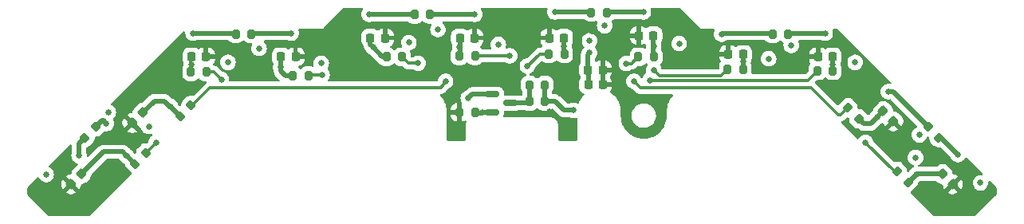
<source format=gbr>
%TF.GenerationSoftware,KiCad,Pcbnew,8.0.4*%
%TF.CreationDate,2024-11-30T14:16:15+01:00*%
%TF.ProjectId,Sensor_PCB,53656e73-6f72-45f5-9043-422e6b696361,rev?*%
%TF.SameCoordinates,Original*%
%TF.FileFunction,Copper,L4,Bot*%
%TF.FilePolarity,Positive*%
%FSLAX46Y46*%
G04 Gerber Fmt 4.6, Leading zero omitted, Abs format (unit mm)*
G04 Created by KiCad (PCBNEW 8.0.4) date 2024-11-30 14:16:15*
%MOMM*%
%LPD*%
G01*
G04 APERTURE LIST*
G04 Aperture macros list*
%AMRoundRect*
0 Rectangle with rounded corners*
0 $1 Rounding radius*
0 $2 $3 $4 $5 $6 $7 $8 $9 X,Y pos of 4 corners*
0 Add a 4 corners polygon primitive as box body*
4,1,4,$2,$3,$4,$5,$6,$7,$8,$9,$2,$3,0*
0 Add four circle primitives for the rounded corners*
1,1,$1+$1,$2,$3*
1,1,$1+$1,$4,$5*
1,1,$1+$1,$6,$7*
1,1,$1+$1,$8,$9*
0 Add four rect primitives between the rounded corners*
20,1,$1+$1,$2,$3,$4,$5,0*
20,1,$1+$1,$4,$5,$6,$7,0*
20,1,$1+$1,$6,$7,$8,$9,0*
20,1,$1+$1,$8,$9,$2,$3,0*%
G04 Aperture macros list end*
%TA.AperFunction,SMDPad,CuDef*%
%ADD10RoundRect,0.225000X0.225000X0.250000X-0.225000X0.250000X-0.225000X-0.250000X0.225000X-0.250000X0*%
%TD*%
%TA.AperFunction,SMDPad,CuDef*%
%ADD11RoundRect,0.150000X-0.587500X-0.150000X0.587500X-0.150000X0.587500X0.150000X-0.587500X0.150000X0*%
%TD*%
%TA.AperFunction,SMDPad,CuDef*%
%ADD12RoundRect,0.200000X0.053033X-0.335876X0.335876X-0.053033X-0.053033X0.335876X-0.335876X0.053033X0*%
%TD*%
%TA.AperFunction,SMDPad,CuDef*%
%ADD13RoundRect,0.200000X0.335876X0.053033X0.053033X0.335876X-0.335876X-0.053033X-0.053033X-0.335876X0*%
%TD*%
%TA.AperFunction,SMDPad,CuDef*%
%ADD14RoundRect,0.200000X0.200000X0.275000X-0.200000X0.275000X-0.200000X-0.275000X0.200000X-0.275000X0*%
%TD*%
%TA.AperFunction,SMDPad,CuDef*%
%ADD15RoundRect,0.200000X-0.200000X-0.275000X0.200000X-0.275000X0.200000X0.275000X-0.200000X0.275000X0*%
%TD*%
%TA.AperFunction,SMDPad,CuDef*%
%ADD16RoundRect,0.225000X-0.225000X-0.250000X0.225000X-0.250000X0.225000X0.250000X-0.225000X0.250000X0*%
%TD*%
%TA.AperFunction,SMDPad,CuDef*%
%ADD17RoundRect,0.225000X-0.017678X0.335876X-0.335876X0.017678X0.017678X-0.335876X0.335876X-0.017678X0*%
%TD*%
%TA.AperFunction,SMDPad,CuDef*%
%ADD18RoundRect,0.200000X-0.335876X-0.053033X-0.053033X-0.335876X0.335876X0.053033X0.053033X0.335876X0*%
%TD*%
%TA.AperFunction,SMDPad,CuDef*%
%ADD19RoundRect,0.225000X-0.335876X-0.017678X-0.017678X-0.335876X0.335876X0.017678X0.017678X0.335876X0*%
%TD*%
%TA.AperFunction,ViaPad*%
%ADD20C,0.650000*%
%TD*%
%TA.AperFunction,ViaPad*%
%ADD21C,0.600000*%
%TD*%
%TA.AperFunction,Conductor*%
%ADD22C,0.500000*%
%TD*%
%TA.AperFunction,Conductor*%
%ADD23C,0.300000*%
%TD*%
G04 APERTURE END LIST*
D10*
%TO.P,C2,1*%
%TO.N,+5V*%
X122875000Y-53400000D03*
%TO.P,C2,2*%
%TO.N,GND*%
X121325000Y-53400000D03*
%TD*%
D11*
%TO.P,Q1,1,D*%
%TO.N,Net-(Q1-D)*%
X113049500Y-56922000D03*
%TO.P,Q1,2,G*%
%TO.N,LED_ON*%
X111174500Y-57872000D03*
%TO.P,Q1,3,S*%
%TO.N,GND*%
X111174500Y-55972000D03*
%TD*%
D10*
%TO.P,C1,1*%
%TO.N,+5V*%
X122900000Y-54975000D03*
%TO.P,C1,2*%
%TO.N,GND*%
X121350000Y-54975000D03*
%TD*%
D12*
%TO.P,R3,1*%
%TO.N,Net-(C3-Pad1)*%
X73216637Y-63383363D03*
%TO.P,R3,2*%
%TO.N,SENSOR1*%
X74383363Y-62216637D03*
%TD*%
D13*
%TO.P,R20,1*%
%TO.N,Net-(C14-Pad1)*%
X155333363Y-65333363D03*
%TO.P,R20,2*%
%TO.N,SENSOR12*%
X154166637Y-64166637D03*
%TD*%
D14*
%TO.P,R21,1*%
%TO.N,Line_4*%
X116750000Y-56750000D03*
%TO.P,R21,2*%
%TO.N,Net-(Q1-D)*%
X115100000Y-56750000D03*
%TD*%
D15*
%TO.P,R17,1*%
%TO.N,Net-(C11-Pad1)*%
X107675000Y-51900000D03*
%TO.P,R17,2*%
%TO.N,SENSOR6*%
X109325000Y-51900000D03*
%TD*%
%TO.P,R12,1*%
%TO.N,Net-(IC4-Pad4)*%
X121675000Y-47300000D03*
%TO.P,R12,2*%
%TO.N,Net-(IC10-Pad1)*%
X123325000Y-47300000D03*
%TD*%
%TO.P,R4,1*%
%TO.N,Net-(C4-Pad1)*%
X79175000Y-53600000D03*
%TO.P,R4,2*%
%TO.N,SENSOR3*%
X80825000Y-53600000D03*
%TD*%
D16*
%TO.P,C11,1*%
%TO.N,Net-(C11-Pad1)*%
X107725000Y-50000000D03*
%TO.P,C11,2*%
%TO.N,+5V*%
X109275000Y-50000000D03*
%TD*%
D10*
%TO.P,C7,1*%
%TO.N,Net-(C7-Pad1)*%
X137775000Y-51750000D03*
%TO.P,C7,2*%
%TO.N,+5V*%
X136225000Y-51750000D03*
%TD*%
D15*
%TO.P,R5,1*%
%TO.N,Net-(C5-Pad1)*%
X99925000Y-52000000D03*
%TO.P,R5,2*%
%TO.N,SENSOR5*%
X101575000Y-52000000D03*
%TD*%
D10*
%TO.P,C6,1*%
%TO.N,Net-(C6-Pad1)*%
X118775000Y-50000000D03*
%TO.P,C6,2*%
%TO.N,+5V*%
X117225000Y-50000000D03*
%TD*%
D15*
%TO.P,R13,1*%
%TO.N,Net-(IC5-Pad4)*%
X140925000Y-49575000D03*
%TO.P,R13,2*%
%TO.N,Net-(IC11-Pad1)*%
X142575000Y-49575000D03*
%TD*%
D14*
%TO.P,R19,1*%
%TO.N,Net-(C13-Pad1)*%
X147325000Y-53500000D03*
%TO.P,R19,2*%
%TO.N,SENSOR10*%
X145675000Y-53500000D03*
%TD*%
D15*
%TO.P,R11,1*%
%TO.N,Net-(IC3-Pad4)*%
X102925000Y-47500000D03*
%TO.P,R11,2*%
%TO.N,Net-(IC9-Pad1)*%
X104575000Y-47500000D03*
%TD*%
D17*
%TO.P,C3,1*%
%TO.N,Net-(C3-Pad1)*%
X67548008Y-64451992D03*
%TO.P,C3,2*%
%TO.N,+5V*%
X66451992Y-65548008D03*
%TD*%
D12*
%TO.P,R15,1*%
%TO.N,Net-(C9-Pad1)*%
X78008274Y-58341726D03*
%TO.P,R15,2*%
%TO.N,SENSOR2*%
X79175000Y-57175000D03*
%TD*%
D16*
%TO.P,C10,1*%
%TO.N,Net-(C10-Pad1)*%
X88725000Y-52000000D03*
%TO.P,C10,2*%
%TO.N,+5V*%
X90275000Y-52000000D03*
%TD*%
D13*
%TO.P,R8,1*%
%TO.N,Net-(C8-Pad1)*%
X150083363Y-58583363D03*
%TO.P,R8,2*%
%TO.N,SENSOR11*%
X148916637Y-57416637D03*
%TD*%
D18*
%TO.P,R14,1*%
%TO.N,Net-(IC6-Pad4)*%
X157416637Y-59416637D03*
%TO.P,R14,2*%
%TO.N,Net-(IC12-Pad1)*%
X158583363Y-60583363D03*
%TD*%
D15*
%TO.P,R16,1*%
%TO.N,Net-(C10-Pad1)*%
X90000000Y-54000000D03*
%TO.P,R16,2*%
%TO.N,SENSOR4*%
X91650000Y-54000000D03*
%TD*%
D16*
%TO.P,C4,1*%
%TO.N,Net-(C4-Pad1)*%
X79225000Y-52000000D03*
%TO.P,C4,2*%
%TO.N,+5V*%
X80775000Y-52000000D03*
%TD*%
D10*
%TO.P,C12,1*%
%TO.N,Net-(C12-Pad1)*%
X128275000Y-49750000D03*
%TO.P,C12,2*%
%TO.N,+5V*%
X126725000Y-49750000D03*
%TD*%
D16*
%TO.P,C5,1*%
%TO.N,Net-(C5-Pad1)*%
X98225000Y-50000000D03*
%TO.P,C5,2*%
%TO.N,+5V*%
X99775000Y-50000000D03*
%TD*%
D12*
%TO.P,R9,1*%
%TO.N,Net-(IC1-Pad4)*%
X67916637Y-60583363D03*
%TO.P,R9,2*%
%TO.N,Net-(IC7-Pad1)*%
X69083363Y-59416637D03*
%TD*%
D15*
%TO.P,R23,1*%
%TO.N,+5V*%
X107675000Y-57900000D03*
%TO.P,R23,2*%
%TO.N,LED_ON*%
X109325000Y-57900000D03*
%TD*%
%TO.P,R10,1*%
%TO.N,Net-(IC2-Pad4)*%
X83925000Y-49575000D03*
%TO.P,R10,2*%
%TO.N,Net-(IC8-Pad1)*%
X85575000Y-49575000D03*
%TD*%
D14*
%TO.P,R18,1*%
%TO.N,Net-(C12-Pad1)*%
X128325000Y-52000000D03*
%TO.P,R18,2*%
%TO.N,SENSOR8*%
X126675000Y-52000000D03*
%TD*%
D17*
%TO.P,C9,1*%
%TO.N,Net-(C9-Pad1)*%
X74048008Y-57951992D03*
%TO.P,C9,2*%
%TO.N,+5V*%
X72951992Y-59048008D03*
%TD*%
D10*
%TO.P,C13,1*%
%TO.N,Net-(C13-Pad1)*%
X147300000Y-52000000D03*
%TO.P,C13,2*%
%TO.N,+5V*%
X145750000Y-52000000D03*
%TD*%
D19*
%TO.P,C8,1*%
%TO.N,Net-(C8-Pad1)*%
X152651992Y-57751992D03*
%TO.P,C8,2*%
%TO.N,+5V*%
X153748008Y-58848008D03*
%TD*%
D14*
%TO.P,R22,1*%
%TO.N,Line_4*%
X116750000Y-55000000D03*
%TO.P,R22,2*%
%TO.N,Net-(Q1-D)*%
X115100000Y-55000000D03*
%TD*%
%TO.P,R6,1*%
%TO.N,Net-(C6-Pad1)*%
X118825000Y-51700000D03*
%TO.P,R6,2*%
%TO.N,SENSOR7*%
X117175000Y-51700000D03*
%TD*%
D19*
%TO.P,C14,1*%
%TO.N,Net-(C14-Pad1)*%
X158951992Y-64451992D03*
%TO.P,C14,2*%
%TO.N,+5V*%
X160048008Y-65548008D03*
%TD*%
D14*
%TO.P,R7,1*%
%TO.N,Net-(C7-Pad1)*%
X137800000Y-53300000D03*
%TO.P,R7,2*%
%TO.N,SENSOR9*%
X136150000Y-53300000D03*
%TD*%
D20*
%TO.N,+5V*%
X132200000Y-52700000D03*
X117250000Y-57800000D03*
X113600000Y-50000000D03*
D21*
X83400000Y-51300000D03*
D20*
X132300000Y-49000000D03*
X116300000Y-58000000D03*
X112800000Y-53100000D03*
X154800000Y-62100000D03*
X148900000Y-55200000D03*
X94200000Y-49600000D03*
X121700000Y-49300000D03*
D21*
X118400000Y-56000000D03*
X65900000Y-68200000D03*
D20*
%TO.N,GND*%
X163000000Y-65400000D03*
X131000000Y-50600000D03*
X83100000Y-52600000D03*
X102300000Y-50500000D03*
X111800000Y-50700000D03*
X121500000Y-51600000D03*
X156500000Y-60300000D03*
X121500000Y-50300000D03*
X63800000Y-64500000D03*
X140500000Y-52200000D03*
X108625000Y-56400000D03*
X149700000Y-52600000D03*
X93000000Y-52700000D03*
X70400000Y-57900000D03*
%TO.N,Net-(C3-Pad1)*%
X72300000Y-62500000D03*
%TO.N,Net-(C4-Pad1)*%
X79200000Y-52800000D03*
%TO.N,Net-(C5-Pad1)*%
X98500000Y-51000000D03*
%TO.N,Net-(C6-Pad1)*%
X118800000Y-50900000D03*
%TO.N,Net-(C7-Pad1)*%
X137800000Y-52500000D03*
%TO.N,Net-(C8-Pad1)*%
X152014492Y-58414492D03*
%TO.N,Net-(C9-Pad1)*%
X77000000Y-57300000D03*
%TO.N,Net-(C10-Pad1)*%
X88700000Y-53100000D03*
%TO.N,Net-(C11-Pad1)*%
X107700000Y-51000000D03*
%TO.N,Net-(C12-Pad1)*%
X128300000Y-50900000D03*
%TO.N,Net-(C13-Pad1)*%
X147300000Y-52800000D03*
%TO.N,Net-(C14-Pad1)*%
X156200000Y-64500000D03*
%TO.N,Net-(IC1-Pad4)*%
X67300000Y-62500000D03*
%TO.N,Net-(IC3-Pad4)*%
X98100000Y-47500000D03*
%TO.N,Net-(IC5-Pad4)*%
X135500000Y-49600000D03*
%TO.N,Net-(IC8-Pad1)*%
X89800000Y-49500000D03*
%TO.N,Net-(IC10-Pad1)*%
X127200000Y-47250000D03*
%TO.N,Net-(IC12-Pad1)*%
X160600000Y-62400000D03*
%TO.N,SENSOR1*%
X75500000Y-61100000D03*
%TO.N,SENSOR3*%
X82400000Y-54400000D03*
%TO.N,SENSOR5*%
X103300000Y-52700000D03*
%TO.N,SENSOR7*%
X114900000Y-53000000D03*
%TO.N,SENSOR9*%
X128300000Y-53400000D03*
%TO.N,SENSOR11*%
X126200000Y-54600000D03*
%TO.N,SENSOR2*%
X106200000Y-54600000D03*
%TO.N,SENSOR4*%
X93100000Y-53900000D03*
%TO.N,SENSOR6*%
X113000000Y-51900000D03*
%TO.N,SENSOR8*%
X125400000Y-52706980D03*
%TO.N,SENSOR10*%
X127900000Y-54500000D03*
%TO.N,SENSOR12*%
X150800000Y-61100000D03*
%TO.N,LED_ON*%
X110100000Y-57900000D03*
%TO.N,Net-(IC2-Pad4)*%
X79400000Y-49500000D03*
%TO.N,Net-(IC4-Pad4)*%
X117800000Y-47250000D03*
%TO.N,Net-(IC6-Pad4)*%
X153200000Y-55700000D03*
%TO.N,Net-(IC7-Pad1)*%
X70200000Y-59100000D03*
%TO.N,Net-(IC9-Pad1)*%
X109300000Y-47500000D03*
%TO.N,Net-(IC11-Pad1)*%
X146500000Y-49500000D03*
%TO.N,Line_4*%
X142900000Y-50800000D03*
X156100000Y-62700000D03*
X86400000Y-51100000D03*
X74700000Y-59400000D03*
X119800000Y-57700000D03*
X123100000Y-48700000D03*
X105400000Y-49100000D03*
%TD*%
D22*
%TO.N,GND*%
X121500000Y-51600000D02*
X121325000Y-51775000D01*
X121350000Y-54975000D02*
X121350000Y-53425000D01*
X111174500Y-55972000D02*
X109053000Y-55972000D01*
X121325000Y-51775000D02*
X121325000Y-53400000D01*
X109053000Y-55972000D02*
X108625000Y-56400000D01*
%TO.N,Net-(C3-Pad1)*%
X67548008Y-64451992D02*
X69900000Y-62100000D01*
X72300000Y-62500000D02*
X72333452Y-62500000D01*
X71933452Y-62100000D02*
X72300000Y-62466548D01*
X72333452Y-62500000D02*
X73166726Y-63333274D01*
X69900000Y-62100000D02*
X71933452Y-62100000D01*
X72300000Y-62466548D02*
X72300000Y-62500000D01*
D23*
%TO.N,Net-(C4-Pad1)*%
X79200000Y-52800000D02*
X79175000Y-52775000D01*
X79175000Y-52050000D02*
X79225000Y-52000000D01*
X79175000Y-52825000D02*
X79200000Y-52800000D01*
X79175000Y-53600000D02*
X79175000Y-52825000D01*
X79175000Y-52775000D02*
X79175000Y-52050000D01*
D22*
%TO.N,Net-(C5-Pad1)*%
X98500000Y-51000000D02*
X98225000Y-50725000D01*
X99925000Y-52000000D02*
X99500000Y-52000000D01*
X98225000Y-50725000D02*
X98225000Y-50000000D01*
X99500000Y-52000000D02*
X98500000Y-51000000D01*
%TO.N,Net-(C6-Pad1)*%
X118775000Y-50000000D02*
X118775000Y-50875000D01*
X118800000Y-50900000D02*
X118775000Y-50925000D01*
X118775000Y-50925000D02*
X118775000Y-51650000D01*
X118775000Y-50875000D02*
X118800000Y-50900000D01*
%TO.N,Net-(C7-Pad1)*%
X137800000Y-52500000D02*
X137775000Y-52525000D01*
X137775000Y-52475000D02*
X137800000Y-52500000D01*
X137775000Y-51750000D02*
X137775000Y-52475000D01*
X137775000Y-52525000D02*
X137775000Y-53275000D01*
%TO.N,Net-(C8-Pad1)*%
X152014492Y-58414492D02*
X152476992Y-57951992D01*
X152014492Y-58414492D02*
X151328984Y-59100000D01*
X150600000Y-59100000D02*
X150083363Y-58583363D01*
X151328984Y-59100000D02*
X150600000Y-59100000D01*
%TO.N,Net-(C9-Pad1)*%
X74048008Y-57951992D02*
X75300000Y-56700000D01*
X76366548Y-56700000D02*
X76966548Y-57300000D01*
X77000000Y-57300000D02*
X77000000Y-57333452D01*
X76966548Y-57300000D02*
X77000000Y-57300000D01*
X77000000Y-57333452D02*
X78083274Y-58416726D01*
X75300000Y-56700000D02*
X76366548Y-56700000D01*
%TO.N,Net-(C10-Pad1)*%
X88725000Y-53075000D02*
X88725000Y-52000000D01*
X88700000Y-53100000D02*
X88725000Y-53075000D01*
X88725000Y-53125000D02*
X88700000Y-53100000D01*
X90000000Y-54000000D02*
X89200000Y-54000000D01*
X88725000Y-53525000D02*
X88725000Y-53125000D01*
X89200000Y-54000000D02*
X88725000Y-53525000D01*
%TO.N,Net-(C11-Pad1)*%
X107725000Y-50975000D02*
X107700000Y-51000000D01*
X107725000Y-50000000D02*
X107725000Y-50975000D01*
X107700000Y-51000000D02*
X107725000Y-51025000D01*
X107725000Y-51025000D02*
X107725000Y-51850000D01*
%TO.N,Net-(C12-Pad1)*%
X128300000Y-50900000D02*
X128275000Y-50925000D01*
X128275000Y-49750000D02*
X128275000Y-50875000D01*
X128275000Y-50925000D02*
X128275000Y-51950000D01*
X128275000Y-50875000D02*
X128300000Y-50900000D01*
%TO.N,Net-(C13-Pad1)*%
X147300000Y-52800000D02*
X147300000Y-53475000D01*
X147300000Y-52000000D02*
X147300000Y-52800000D01*
%TO.N,Net-(C14-Pad1)*%
X156200000Y-64500000D02*
X156166726Y-64500000D01*
X156166726Y-64500000D02*
X155333363Y-65333363D01*
X158951992Y-64451992D02*
X156214734Y-64451992D01*
X156214734Y-64451992D02*
X156200000Y-64466726D01*
X156200000Y-64466726D02*
X156200000Y-64500000D01*
%TO.N,Net-(IC1-Pad4)*%
X67300000Y-61200000D02*
X67916637Y-60583363D01*
X67300000Y-62500000D02*
X67300000Y-61200000D01*
%TO.N,Net-(IC3-Pad4)*%
X102925000Y-47500000D02*
X98100000Y-47500000D01*
%TO.N,Net-(IC5-Pad4)*%
X135600000Y-49500000D02*
X140925000Y-49500000D01*
X135500000Y-49600000D02*
X135600000Y-49500000D01*
%TO.N,Net-(IC8-Pad1)*%
X85575000Y-49500000D02*
X89800000Y-49500000D01*
%TO.N,Net-(IC10-Pad1)*%
X127200000Y-47250000D02*
X123325000Y-47250000D01*
%TO.N,Net-(IC12-Pad1)*%
X158783363Y-60583363D02*
X160600000Y-62400000D01*
%TO.N,Net-(Q1-D)*%
X114928000Y-56922000D02*
X115100000Y-56750000D01*
X113049500Y-56922000D02*
X114928000Y-56922000D01*
X115100000Y-56750000D02*
X115100000Y-55000000D01*
D23*
%TO.N,SENSOR1*%
X75500000Y-61100000D02*
X74383363Y-62216637D01*
%TO.N,SENSOR3*%
X81600000Y-53600000D02*
X82400000Y-54400000D01*
X80825000Y-53600000D02*
X81600000Y-53600000D01*
%TO.N,SENSOR5*%
X102275000Y-52700000D02*
X101575000Y-52000000D01*
X103300000Y-52700000D02*
X102275000Y-52700000D01*
%TO.N,SENSOR7*%
X117175000Y-51700000D02*
X116200000Y-51700000D01*
X116200000Y-51700000D02*
X114900000Y-53000000D01*
%TO.N,SENSOR9*%
X128900000Y-54000000D02*
X135450000Y-54000000D01*
X128300000Y-53400000D02*
X128900000Y-54000000D01*
X135450000Y-54000000D02*
X136150000Y-53300000D01*
%TO.N,SENSOR11*%
X148133274Y-58200000D02*
X147900000Y-58200000D01*
X145000000Y-55300000D02*
X126900000Y-55300000D01*
X148916637Y-57416637D02*
X148133274Y-58200000D01*
X147900000Y-58200000D02*
X145000000Y-55300000D01*
X126900000Y-55300000D02*
X126200000Y-54600000D01*
%TO.N,SENSOR2*%
X105708289Y-55291711D02*
X106200000Y-54600000D01*
X81208289Y-55291711D02*
X105708289Y-55291711D01*
X79250000Y-57250000D02*
X81208289Y-55291711D01*
%TO.N,SENSOR4*%
X91650000Y-54000000D02*
X91725000Y-53925000D01*
X91725000Y-53925000D02*
X93075000Y-53925000D01*
X93100000Y-53900000D02*
X93125000Y-53925000D01*
X93075000Y-53925000D02*
X93100000Y-53900000D01*
%TO.N,SENSOR6*%
X109325000Y-51900000D02*
X113000000Y-51900000D01*
%TO.N,SENSOR8*%
X125400000Y-52706980D02*
X125968020Y-52706980D01*
X125968020Y-52706980D02*
X126675000Y-52000000D01*
%TO.N,SENSOR10*%
X144675000Y-54500000D02*
X127900000Y-54500000D01*
X145675000Y-53500000D02*
X144675000Y-54500000D01*
%TO.N,SENSOR12*%
X150800000Y-61100000D02*
X153866637Y-64166637D01*
D22*
%TO.N,LED_ON*%
X110100000Y-57900000D02*
X110128000Y-57872000D01*
X109900000Y-58000000D02*
X110028000Y-57872000D01*
X110128000Y-57872000D02*
X111174500Y-57872000D01*
X110028000Y-57872000D02*
X110072000Y-57872000D01*
X110072000Y-57872000D02*
X110100000Y-57900000D01*
X109325000Y-58000000D02*
X109900000Y-58000000D01*
%TO.N,Net-(IC2-Pad4)*%
X83925000Y-49500000D02*
X79400000Y-49500000D01*
%TO.N,Net-(IC4-Pad4)*%
X117800000Y-47250000D02*
X121675000Y-47250000D01*
%TO.N,Net-(IC6-Pad4)*%
X157416637Y-59416637D02*
X153700000Y-55700000D01*
X153700000Y-55700000D02*
X153200000Y-55700000D01*
%TO.N,Net-(IC7-Pad1)*%
X69900000Y-58800000D02*
X70200000Y-59100000D01*
X69083363Y-59416637D02*
X69700000Y-58800000D01*
X69700000Y-58800000D02*
X69900000Y-58800000D01*
%TO.N,Net-(IC9-Pad1)*%
X104575000Y-47500000D02*
X109300000Y-47500000D01*
%TO.N,Net-(IC11-Pad1)*%
X146500000Y-49500000D02*
X142575000Y-49500000D01*
%TO.N,Line_4*%
X119800000Y-57700000D02*
X118800000Y-57700000D01*
X118800000Y-57700000D02*
X117850000Y-56750000D01*
X116750000Y-55000000D02*
X116750000Y-56750000D01*
X117850000Y-56750000D02*
X116750000Y-56750000D01*
%TD*%
%TA.AperFunction,Conductor*%
%TO.N,+5V*%
G36*
X66468834Y-61308650D02*
G01*
X66524767Y-61350522D01*
X66549184Y-61415986D01*
X66549500Y-61424832D01*
X66549500Y-62118786D01*
X66543431Y-62157103D01*
X66488093Y-62327420D01*
X66488092Y-62327424D01*
X66469953Y-62500000D01*
X66488092Y-62672576D01*
X66488093Y-62672579D01*
X66541712Y-62837608D01*
X66628477Y-62987887D01*
X66628476Y-62987887D01*
X66673248Y-63037611D01*
X66744590Y-63116845D01*
X66864193Y-63203742D01*
X66884976Y-63218842D01*
X67043495Y-63289420D01*
X67043497Y-63289420D01*
X67043501Y-63289422D01*
X67068621Y-63294761D01*
X67130102Y-63327952D01*
X67163879Y-63389115D01*
X67159227Y-63458830D01*
X67121156Y-63512189D01*
X67051520Y-63568915D01*
X67051502Y-63568931D01*
X66664950Y-63955485D01*
X66664942Y-63955494D01*
X66601860Y-64032929D01*
X66601855Y-64032937D01*
X66525745Y-64184485D01*
X66525744Y-64184488D01*
X66525744Y-64184489D01*
X66499082Y-64296987D01*
X66486632Y-64349516D01*
X66486632Y-64363132D01*
X66466947Y-64430171D01*
X66414143Y-64475926D01*
X66362632Y-64487132D01*
X66349576Y-64487132D01*
X66184657Y-64526218D01*
X66033213Y-64602276D01*
X66033206Y-64602281D01*
X65955836Y-64665307D01*
X65955829Y-64665313D01*
X65939338Y-64681802D01*
X66451992Y-65194455D01*
X67318197Y-66060660D01*
X67334680Y-66044176D01*
X67334694Y-66044160D01*
X67397718Y-65966793D01*
X67397723Y-65966786D01*
X67473781Y-65815342D01*
X67512868Y-65650424D01*
X67512868Y-65637368D01*
X67532553Y-65570329D01*
X67585357Y-65524574D01*
X67636868Y-65513368D01*
X67650483Y-65513368D01*
X67650485Y-65513368D01*
X67815511Y-65474256D01*
X67967068Y-65398141D01*
X68044507Y-65335059D01*
X68431073Y-64948491D01*
X68494157Y-64871052D01*
X68570272Y-64719495D01*
X68609384Y-64554469D01*
X68609384Y-64503346D01*
X68629069Y-64436307D01*
X68645703Y-64415665D01*
X70174549Y-62886819D01*
X70235872Y-62853334D01*
X70262230Y-62850500D01*
X71477565Y-62850500D01*
X71544604Y-62870185D01*
X71584951Y-62912499D01*
X71628478Y-62987889D01*
X71744590Y-63116845D01*
X71864193Y-63203742D01*
X71884976Y-63218842D01*
X72049438Y-63292066D01*
X72048924Y-63293220D01*
X72091221Y-63319137D01*
X72153459Y-63381374D01*
X72186175Y-63439381D01*
X72220970Y-63580554D01*
X72246399Y-63629003D01*
X72300027Y-63731182D01*
X72345399Y-63785625D01*
X72814375Y-64254601D01*
X72849731Y-64284066D01*
X72888627Y-64342103D01*
X72889971Y-64411960D01*
X72858025Y-64467002D01*
X68411848Y-68913181D01*
X68350525Y-68946666D01*
X68324167Y-68949500D01*
X64175833Y-68949500D01*
X64108794Y-68929815D01*
X64088152Y-68913181D01*
X61990461Y-66815490D01*
X61990460Y-66815488D01*
X61966789Y-66791816D01*
X61958619Y-66782802D01*
X61875697Y-66681762D01*
X61862195Y-66661556D01*
X61803455Y-66551661D01*
X61794162Y-66529226D01*
X61757989Y-66409982D01*
X61755315Y-66396534D01*
X65957017Y-66396534D01*
X65957017Y-66396535D01*
X65991178Y-66430696D01*
X65991194Y-66430710D01*
X66068561Y-66493734D01*
X66068568Y-66493739D01*
X66220012Y-66569797D01*
X66384931Y-66608884D01*
X66554408Y-66608884D01*
X66719326Y-66569797D01*
X66870770Y-66493739D01*
X66870777Y-66493734D01*
X66948155Y-66430701D01*
X66948168Y-66430689D01*
X66964644Y-66414213D01*
X66964643Y-66414212D01*
X66451993Y-65901561D01*
X66451992Y-65901561D01*
X65957017Y-66396534D01*
X61755315Y-66396534D01*
X61753249Y-66386147D01*
X61747623Y-66329029D01*
X61741037Y-66262153D01*
X61741037Y-66237846D01*
X61753249Y-66113852D01*
X61757989Y-66090019D01*
X61794163Y-65970770D01*
X61803453Y-65948341D01*
X61862198Y-65838438D01*
X61875692Y-65818243D01*
X61958627Y-65717188D01*
X61966791Y-65708181D01*
X61996137Y-65678834D01*
X61996136Y-65678834D01*
X61996140Y-65678831D01*
X62229379Y-65445591D01*
X65391116Y-65445591D01*
X65391116Y-65615069D01*
X65430202Y-65779987D01*
X65506260Y-65931431D01*
X65506265Y-65931438D01*
X65569297Y-66008815D01*
X65569309Y-66008829D01*
X65603464Y-66042982D01*
X65603465Y-66042982D01*
X66098439Y-65548008D01*
X66098439Y-65548007D01*
X65585786Y-65035355D01*
X65585785Y-65035355D01*
X65569310Y-65051832D01*
X65569299Y-65051844D01*
X65506261Y-65129227D01*
X65506260Y-65129229D01*
X65430202Y-65280673D01*
X65391116Y-65445591D01*
X62229379Y-65445591D01*
X62852648Y-64822321D01*
X62913969Y-64788838D01*
X62983660Y-64793822D01*
X63039594Y-64835694D01*
X63047714Y-64848003D01*
X63128478Y-64987889D01*
X63195559Y-65062391D01*
X63244590Y-65116845D01*
X63362472Y-65202492D01*
X63384976Y-65218842D01*
X63543495Y-65289420D01*
X63543501Y-65289422D01*
X63713236Y-65325500D01*
X63713237Y-65325500D01*
X63886762Y-65325500D01*
X63886764Y-65325500D01*
X64056499Y-65289422D01*
X64056501Y-65289420D01*
X64056504Y-65289420D01*
X64170175Y-65238810D01*
X64215024Y-65218842D01*
X64355410Y-65116845D01*
X64471522Y-64987889D01*
X64558286Y-64837611D01*
X64611908Y-64672576D01*
X64630047Y-64500000D01*
X64611908Y-64327424D01*
X64565465Y-64184485D01*
X64558287Y-64162391D01*
X64483546Y-64032937D01*
X64471522Y-64012111D01*
X64355410Y-63883155D01*
X64215024Y-63781158D01*
X64157587Y-63755585D01*
X64104352Y-63710337D01*
X64084030Y-63643488D01*
X64103075Y-63576264D01*
X64120339Y-63554630D01*
X66337819Y-61337151D01*
X66399142Y-61303666D01*
X66468834Y-61308650D01*
G37*
%TD.AperFunction*%
%TA.AperFunction,Conductor*%
G36*
X97407544Y-46820185D02*
G01*
X97453299Y-46872989D01*
X97463243Y-46942147D01*
X97434218Y-47005703D01*
X97432655Y-47007472D01*
X97428476Y-47012112D01*
X97341712Y-47162391D01*
X97288093Y-47327420D01*
X97288092Y-47327424D01*
X97269953Y-47500000D01*
X97288092Y-47672576D01*
X97288093Y-47672579D01*
X97341712Y-47837608D01*
X97428477Y-47987887D01*
X97428476Y-47987887D01*
X97525076Y-48095172D01*
X97544590Y-48116845D01*
X97665210Y-48204481D01*
X97684976Y-48218842D01*
X97843495Y-48289420D01*
X97843501Y-48289422D01*
X98013236Y-48325500D01*
X98013237Y-48325500D01*
X98186762Y-48325500D01*
X98186764Y-48325500D01*
X98356499Y-48289422D01*
X98419842Y-48261220D01*
X98470277Y-48250500D01*
X102158481Y-48250500D01*
X102225520Y-48270185D01*
X102246163Y-48286820D01*
X102289811Y-48330468D01*
X102289811Y-48330469D01*
X102289813Y-48330470D01*
X102289815Y-48330472D01*
X102435394Y-48418478D01*
X102597804Y-48469086D01*
X102668384Y-48475500D01*
X102668387Y-48475500D01*
X103181613Y-48475500D01*
X103181616Y-48475500D01*
X103252196Y-48469086D01*
X103414606Y-48418478D01*
X103560185Y-48330472D01*
X103603837Y-48286820D01*
X103662319Y-48228339D01*
X103723642Y-48194854D01*
X103793334Y-48199838D01*
X103837681Y-48228339D01*
X103939811Y-48330469D01*
X103939813Y-48330470D01*
X103939815Y-48330472D01*
X104085394Y-48418478D01*
X104247804Y-48469086D01*
X104318384Y-48475500D01*
X104318387Y-48475500D01*
X104592576Y-48475500D01*
X104659615Y-48495185D01*
X104705370Y-48547989D01*
X104715314Y-48617147D01*
X104699963Y-48661500D01*
X104641712Y-48762391D01*
X104588220Y-48927029D01*
X104588092Y-48927424D01*
X104569953Y-49100000D01*
X104588092Y-49272576D01*
X104588093Y-49272579D01*
X104641712Y-49437608D01*
X104728477Y-49587887D01*
X104728476Y-49587887D01*
X104814256Y-49683155D01*
X104844590Y-49716845D01*
X104973600Y-49810577D01*
X104984976Y-49818842D01*
X105143495Y-49889420D01*
X105143501Y-49889422D01*
X105313236Y-49925500D01*
X105313237Y-49925500D01*
X105486762Y-49925500D01*
X105486764Y-49925500D01*
X105656499Y-49889422D01*
X105656501Y-49889420D01*
X105656504Y-49889420D01*
X105772868Y-49837611D01*
X105815024Y-49818842D01*
X105955410Y-49716845D01*
X105969094Y-49701647D01*
X106774500Y-49701647D01*
X106774500Y-50298337D01*
X106774501Y-50298355D01*
X106784650Y-50397707D01*
X106784651Y-50397710D01*
X106837996Y-50558694D01*
X106838001Y-50558705D01*
X106897871Y-50655768D01*
X106916312Y-50723160D01*
X106910265Y-50759178D01*
X106905287Y-50774501D01*
X106888092Y-50827423D01*
X106883346Y-50872576D01*
X106869953Y-51000000D01*
X106882937Y-51123534D01*
X106888093Y-51172582D01*
X106888786Y-51175841D01*
X106888638Y-51177770D01*
X106888772Y-51179038D01*
X106888540Y-51179062D01*
X106883468Y-51245508D01*
X106873612Y-51265767D01*
X106831523Y-51335391D01*
X106831522Y-51335393D01*
X106831522Y-51335394D01*
X106819336Y-51374500D01*
X106780913Y-51497807D01*
X106780714Y-51500000D01*
X106775618Y-51556087D01*
X106774500Y-51568386D01*
X106774500Y-52231613D01*
X106780913Y-52302192D01*
X106780913Y-52302194D01*
X106780914Y-52302196D01*
X106831522Y-52464606D01*
X106914637Y-52602095D01*
X106919530Y-52610188D01*
X107039811Y-52730469D01*
X107039813Y-52730470D01*
X107039815Y-52730472D01*
X107185394Y-52818478D01*
X107347804Y-52869086D01*
X107418384Y-52875500D01*
X107418387Y-52875500D01*
X107931613Y-52875500D01*
X107931616Y-52875500D01*
X108002196Y-52869086D01*
X108164606Y-52818478D01*
X108310185Y-52730472D01*
X108361190Y-52679467D01*
X108412319Y-52628339D01*
X108473642Y-52594854D01*
X108543334Y-52599838D01*
X108587681Y-52628339D01*
X108689811Y-52730469D01*
X108689813Y-52730470D01*
X108689815Y-52730472D01*
X108835394Y-52818478D01*
X108997804Y-52869086D01*
X109068384Y-52875500D01*
X109068387Y-52875500D01*
X109581613Y-52875500D01*
X109581616Y-52875500D01*
X109652196Y-52869086D01*
X109814606Y-52818478D01*
X109960185Y-52730472D01*
X110080472Y-52610185D01*
X110080474Y-52610180D01*
X110085094Y-52604285D01*
X110086117Y-52605087D01*
X110131904Y-52563160D01*
X110186489Y-52550500D01*
X112450621Y-52550500D01*
X112517660Y-52570185D01*
X112523506Y-52574182D01*
X112584971Y-52618839D01*
X112584972Y-52618839D01*
X112584976Y-52618842D01*
X112679819Y-52661069D01*
X112743495Y-52689420D01*
X112743501Y-52689422D01*
X112913236Y-52725500D01*
X112913237Y-52725500D01*
X113086762Y-52725500D01*
X113086764Y-52725500D01*
X113256499Y-52689422D01*
X113256501Y-52689420D01*
X113256504Y-52689420D01*
X113316807Y-52662571D01*
X113415024Y-52618842D01*
X113555410Y-52516845D01*
X113671522Y-52387889D01*
X113758286Y-52237611D01*
X113811908Y-52072576D01*
X113830047Y-51900000D01*
X113811908Y-51727424D01*
X113771284Y-51602393D01*
X113758287Y-51562391D01*
X113754647Y-51556087D01*
X113671522Y-51412111D01*
X113664964Y-51404827D01*
X113555411Y-51283156D01*
X113531477Y-51265767D01*
X113461822Y-51215159D01*
X113415023Y-51181157D01*
X113256504Y-51110579D01*
X113256498Y-51110577D01*
X113114945Y-51080490D01*
X113086764Y-51074500D01*
X112913236Y-51074500D01*
X112885055Y-51080490D01*
X112743498Y-51110578D01*
X112741360Y-51111273D01*
X112740055Y-51111310D01*
X112737144Y-51111929D01*
X112737030Y-51111396D01*
X112671518Y-51113263D01*
X112611688Y-51077177D01*
X112580865Y-51014474D01*
X112585119Y-50955023D01*
X112611908Y-50872576D01*
X112630047Y-50700000D01*
X112611908Y-50527424D01*
X112569729Y-50397607D01*
X112558287Y-50362391D01*
X112558286Y-50362389D01*
X112471522Y-50212111D01*
X112413535Y-50147709D01*
X112355411Y-50083156D01*
X112215023Y-49981157D01*
X112056504Y-49910579D01*
X112056498Y-49910577D01*
X111918083Y-49881157D01*
X111886764Y-49874500D01*
X111713236Y-49874500D01*
X111683483Y-49880824D01*
X111543501Y-49910577D01*
X111543496Y-49910579D01*
X111384977Y-49981157D01*
X111384972Y-49981160D01*
X111244591Y-50083153D01*
X111244589Y-50083155D01*
X111128477Y-50212112D01*
X111041712Y-50362391D01*
X110993067Y-50512111D01*
X110988092Y-50527424D01*
X110969953Y-50700000D01*
X110988092Y-50872576D01*
X110988093Y-50872579D01*
X111041712Y-51037607D01*
X111041713Y-51037609D01*
X111041714Y-51037611D01*
X111048578Y-51049500D01*
X111056662Y-51063501D01*
X111073134Y-51131401D01*
X111050281Y-51197428D01*
X110995359Y-51240618D01*
X110949274Y-51249500D01*
X110186489Y-51249500D01*
X110119450Y-51229815D01*
X110085762Y-51195191D01*
X110085094Y-51195715D01*
X110080468Y-51189810D01*
X109960189Y-51069531D01*
X109960185Y-51069528D01*
X109927995Y-51050068D01*
X109880808Y-50998540D01*
X109868970Y-50929680D01*
X109896240Y-50865352D01*
X109927051Y-50838412D01*
X109952733Y-50822571D01*
X110072572Y-50702732D01*
X110072575Y-50702728D01*
X110161542Y-50558492D01*
X110161547Y-50558481D01*
X110214855Y-50397606D01*
X110224999Y-50298322D01*
X110225000Y-50298309D01*
X110225000Y-50250000D01*
X109149000Y-50250000D01*
X109081961Y-50230315D01*
X109036206Y-50177511D01*
X109025000Y-50126000D01*
X109025000Y-49750000D01*
X109525000Y-49750000D01*
X110224999Y-49750000D01*
X110224999Y-49701692D01*
X110224998Y-49701677D01*
X116275000Y-49701677D01*
X116275000Y-49750000D01*
X116975000Y-49750000D01*
X116975000Y-49024999D01*
X116951693Y-49025000D01*
X116951674Y-49025001D01*
X116852392Y-49035144D01*
X116691518Y-49088452D01*
X116691507Y-49088457D01*
X116547271Y-49177424D01*
X116547267Y-49177427D01*
X116427427Y-49297267D01*
X116427424Y-49297271D01*
X116338457Y-49441507D01*
X116338452Y-49441518D01*
X116285144Y-49602393D01*
X116275000Y-49701677D01*
X110224998Y-49701677D01*
X110214855Y-49602392D01*
X110161547Y-49441518D01*
X110161542Y-49441507D01*
X110072575Y-49297271D01*
X110072572Y-49297267D01*
X109952732Y-49177427D01*
X109952728Y-49177424D01*
X109808492Y-49088457D01*
X109808481Y-49088452D01*
X109647606Y-49035144D01*
X109548322Y-49025000D01*
X109525000Y-49025000D01*
X109525000Y-49750000D01*
X109025000Y-49750000D01*
X109025000Y-49024999D01*
X109001693Y-49025000D01*
X109001674Y-49025001D01*
X108902392Y-49035144D01*
X108741518Y-49088452D01*
X108741507Y-49088457D01*
X108597271Y-49177424D01*
X108597265Y-49177428D01*
X108588031Y-49186663D01*
X108526707Y-49220146D01*
X108457015Y-49215159D01*
X108412672Y-49186660D01*
X108403044Y-49177032D01*
X108403040Y-49177029D01*
X108258705Y-49088001D01*
X108258699Y-49087998D01*
X108258697Y-49087997D01*
X108255142Y-49086819D01*
X108097709Y-49034651D01*
X107998346Y-49024500D01*
X107451662Y-49024500D01*
X107451644Y-49024501D01*
X107352292Y-49034650D01*
X107352289Y-49034651D01*
X107191305Y-49087996D01*
X107191294Y-49088001D01*
X107046959Y-49177029D01*
X107046955Y-49177032D01*
X106927032Y-49296955D01*
X106927029Y-49296959D01*
X106838001Y-49441294D01*
X106837996Y-49441305D01*
X106784651Y-49602290D01*
X106774500Y-49701647D01*
X105969094Y-49701647D01*
X106071522Y-49587889D01*
X106158286Y-49437611D01*
X106211908Y-49272576D01*
X106230047Y-49100000D01*
X106211908Y-48927424D01*
X106176160Y-48817400D01*
X106158287Y-48762391D01*
X106100037Y-48661500D01*
X106071522Y-48612111D01*
X105955410Y-48483155D01*
X105943935Y-48474818D01*
X105901269Y-48419489D01*
X105895290Y-48349876D01*
X105927895Y-48288081D01*
X105988733Y-48253723D01*
X106016820Y-48250500D01*
X108929723Y-48250500D01*
X108980158Y-48261220D01*
X109000294Y-48270185D01*
X109043501Y-48289422D01*
X109213236Y-48325500D01*
X109213237Y-48325500D01*
X109386762Y-48325500D01*
X109386764Y-48325500D01*
X109556499Y-48289422D01*
X109556501Y-48289420D01*
X109556504Y-48289420D01*
X109643919Y-48250500D01*
X109715024Y-48218842D01*
X109855410Y-48116845D01*
X109971522Y-47987889D01*
X110058286Y-47837611D01*
X110111908Y-47672576D01*
X110130047Y-47500000D01*
X110111908Y-47327424D01*
X110058286Y-47162389D01*
X109971522Y-47012111D01*
X109967344Y-47007471D01*
X109937115Y-46944480D01*
X109945740Y-46875145D01*
X109990482Y-46821480D01*
X110057134Y-46800522D01*
X110059495Y-46800500D01*
X113210438Y-46800500D01*
X116907398Y-46800500D01*
X116974437Y-46820185D01*
X117020192Y-46872989D01*
X117030136Y-46942147D01*
X117025329Y-46962817D01*
X117009313Y-47012112D01*
X116988092Y-47077424D01*
X116969953Y-47250000D01*
X116988092Y-47422576D01*
X116988093Y-47422579D01*
X117041712Y-47587608D01*
X117128477Y-47737887D01*
X117128476Y-47737887D01*
X117128478Y-47737889D01*
X117244590Y-47866845D01*
X117283579Y-47895172D01*
X117384976Y-47968842D01*
X117543495Y-48039420D01*
X117543501Y-48039422D01*
X117713236Y-48075500D01*
X117713237Y-48075500D01*
X117886762Y-48075500D01*
X117886764Y-48075500D01*
X118056499Y-48039422D01*
X118119842Y-48011220D01*
X118170277Y-48000500D01*
X120858480Y-48000500D01*
X120925519Y-48020185D01*
X120946161Y-48036819D01*
X121039811Y-48130469D01*
X121039813Y-48130470D01*
X121039815Y-48130472D01*
X121185394Y-48218478D01*
X121347804Y-48269086D01*
X121418384Y-48275500D01*
X121418387Y-48275500D01*
X121931613Y-48275500D01*
X121931616Y-48275500D01*
X122002196Y-48269086D01*
X122164606Y-48218478D01*
X122164613Y-48218473D01*
X122171445Y-48215400D01*
X122173147Y-48219182D01*
X122220271Y-48204481D01*
X122287632Y-48223036D01*
X122334268Y-48275064D01*
X122345372Y-48344045D01*
X122340287Y-48366780D01*
X122323490Y-48418477D01*
X122288092Y-48527424D01*
X122269953Y-48700000D01*
X122288092Y-48872576D01*
X122288093Y-48872579D01*
X122341712Y-49037608D01*
X122370804Y-49087996D01*
X122427768Y-49186660D01*
X122428477Y-49187887D01*
X122428476Y-49187887D01*
X122526966Y-49297271D01*
X122544590Y-49316845D01*
X122638488Y-49385066D01*
X122684976Y-49418842D01*
X122843495Y-49489420D01*
X122843501Y-49489422D01*
X123013236Y-49525500D01*
X123013237Y-49525500D01*
X123186762Y-49525500D01*
X123186764Y-49525500D01*
X123356499Y-49489422D01*
X123356501Y-49489420D01*
X123356504Y-49489420D01*
X123409899Y-49465646D01*
X123441274Y-49451677D01*
X125775000Y-49451677D01*
X125775000Y-49500000D01*
X126475000Y-49500000D01*
X126475000Y-48774999D01*
X126451693Y-48775000D01*
X126451674Y-48775001D01*
X126352392Y-48785144D01*
X126191518Y-48838452D01*
X126191507Y-48838457D01*
X126047271Y-48927424D01*
X126047267Y-48927427D01*
X125927427Y-49047267D01*
X125927424Y-49047271D01*
X125838457Y-49191507D01*
X125838452Y-49191518D01*
X125785144Y-49352393D01*
X125775000Y-49451677D01*
X123441274Y-49451677D01*
X123515024Y-49418842D01*
X123655410Y-49316845D01*
X123771522Y-49187889D01*
X123858286Y-49037611D01*
X123911908Y-48872576D01*
X123930047Y-48700000D01*
X123911908Y-48527424D01*
X123858286Y-48362389D01*
X123858282Y-48362382D01*
X123846159Y-48341384D01*
X123829685Y-48273484D01*
X123852537Y-48207457D01*
X123889395Y-48173266D01*
X123960185Y-48130472D01*
X123995485Y-48095172D01*
X124053839Y-48036819D01*
X124115162Y-48003334D01*
X124141520Y-48000500D01*
X126829723Y-48000500D01*
X126880158Y-48011220D01*
X126943501Y-48039422D01*
X127113236Y-48075500D01*
X127113237Y-48075500D01*
X127286762Y-48075500D01*
X127286764Y-48075500D01*
X127456499Y-48039422D01*
X127456501Y-48039420D01*
X127456504Y-48039420D01*
X127543919Y-48000500D01*
X127615024Y-47968842D01*
X127755410Y-47866845D01*
X127871522Y-47737889D01*
X127958286Y-47587611D01*
X128011908Y-47422576D01*
X128030047Y-47250000D01*
X128011908Y-47077424D01*
X127974671Y-46962817D01*
X127972676Y-46892976D01*
X128008757Y-46833143D01*
X128071458Y-46802316D01*
X128092602Y-46800500D01*
X131074167Y-46800500D01*
X131141206Y-46820185D01*
X131161848Y-46836819D01*
X133315489Y-48990460D01*
X133374448Y-49024500D01*
X133384008Y-49030020D01*
X133384012Y-49030022D01*
X133460438Y-49050500D01*
X134649274Y-49050500D01*
X134716313Y-49070185D01*
X134762068Y-49122989D01*
X134772012Y-49192147D01*
X134756662Y-49236499D01*
X134741712Y-49262392D01*
X134694769Y-49406873D01*
X134688092Y-49427424D01*
X134669953Y-49600000D01*
X134688092Y-49772576D01*
X134688093Y-49772579D01*
X134741712Y-49937608D01*
X134766856Y-49981158D01*
X134825745Y-50083156D01*
X134828477Y-50087887D01*
X134828476Y-50087887D01*
X134940328Y-50212111D01*
X134944590Y-50216845D01*
X135063638Y-50303339D01*
X135084976Y-50318842D01*
X135243495Y-50389420D01*
X135243501Y-50389422D01*
X135413236Y-50425500D01*
X135413237Y-50425500D01*
X135586762Y-50425500D01*
X135586764Y-50425500D01*
X135756499Y-50389422D01*
X135756501Y-50389420D01*
X135756504Y-50389420D01*
X135803268Y-50368599D01*
X135915024Y-50318842D01*
X135928987Y-50308697D01*
X135976494Y-50274182D01*
X136042300Y-50250702D01*
X136049379Y-50250500D01*
X140083480Y-50250500D01*
X140150519Y-50270185D01*
X140171161Y-50286819D01*
X140289811Y-50405469D01*
X140289813Y-50405470D01*
X140289815Y-50405472D01*
X140435394Y-50493478D01*
X140597804Y-50544086D01*
X140668384Y-50550500D01*
X140668387Y-50550500D01*
X141181613Y-50550500D01*
X141181616Y-50550500D01*
X141252196Y-50544086D01*
X141414606Y-50493478D01*
X141560185Y-50405472D01*
X141603268Y-50362389D01*
X141662319Y-50303339D01*
X141723642Y-50269854D01*
X141793334Y-50274838D01*
X141837681Y-50303339D01*
X141939810Y-50405468D01*
X141939814Y-50405471D01*
X141939815Y-50405472D01*
X141963002Y-50419489D01*
X142039849Y-50465946D01*
X142087036Y-50517474D01*
X142098874Y-50586334D01*
X142093631Y-50610374D01*
X142088093Y-50627418D01*
X142088092Y-50627423D01*
X142087021Y-50637611D01*
X142069953Y-50800000D01*
X142088092Y-50972576D01*
X142088093Y-50972579D01*
X142141712Y-51137608D01*
X142188613Y-51218842D01*
X142225745Y-51283156D01*
X142228477Y-51287887D01*
X142228476Y-51287887D01*
X142340328Y-51412111D01*
X142344590Y-51416845D01*
X142484976Y-51518842D01*
X142643495Y-51589420D01*
X142643501Y-51589422D01*
X142813236Y-51625500D01*
X142813237Y-51625500D01*
X142986762Y-51625500D01*
X142986764Y-51625500D01*
X143156499Y-51589422D01*
X143156501Y-51589420D01*
X143156504Y-51589420D01*
X143209899Y-51565646D01*
X143315024Y-51518842D01*
X143455410Y-51416845D01*
X143571522Y-51287889D01*
X143658286Y-51137611D01*
X143711908Y-50972576D01*
X143730047Y-50800000D01*
X143711908Y-50627424D01*
X143658286Y-50462389D01*
X143643337Y-50436498D01*
X143626866Y-50368599D01*
X143649719Y-50302572D01*
X143704641Y-50259382D01*
X143750726Y-50250500D01*
X146129723Y-50250500D01*
X146180158Y-50261220D01*
X146200294Y-50270185D01*
X146243501Y-50289422D01*
X146413236Y-50325500D01*
X146413237Y-50325500D01*
X146586762Y-50325500D01*
X146586764Y-50325500D01*
X146756499Y-50289422D01*
X146756501Y-50289420D01*
X146756504Y-50289420D01*
X146809899Y-50265646D01*
X146915024Y-50218842D01*
X147055410Y-50116845D01*
X147171522Y-49987889D01*
X147258286Y-49837611D01*
X147311908Y-49672576D01*
X147330047Y-49500000D01*
X147311908Y-49327424D01*
X147274671Y-49212817D01*
X147272676Y-49142976D01*
X147308757Y-49083143D01*
X147371458Y-49052316D01*
X147392602Y-49050500D01*
X147824167Y-49050500D01*
X147891206Y-49070185D01*
X147911848Y-49086819D01*
X153514941Y-54689912D01*
X153548426Y-54751235D01*
X153543442Y-54820927D01*
X153501570Y-54876860D01*
X153436106Y-54901277D01*
X153401480Y-54898883D01*
X153286764Y-54874500D01*
X153113236Y-54874500D01*
X153083483Y-54880824D01*
X152943501Y-54910577D01*
X152943496Y-54910579D01*
X152784977Y-54981157D01*
X152784972Y-54981160D01*
X152644591Y-55083153D01*
X152644589Y-55083155D01*
X152528477Y-55212112D01*
X152441712Y-55362391D01*
X152388093Y-55527420D01*
X152388092Y-55527424D01*
X152369953Y-55700000D01*
X152388092Y-55872576D01*
X152388093Y-55872579D01*
X152441712Y-56037608D01*
X152484461Y-56111650D01*
X152518297Y-56170256D01*
X152528477Y-56187887D01*
X152528476Y-56187887D01*
X152528478Y-56187889D01*
X152644590Y-56316845D01*
X152784976Y-56418842D01*
X152911455Y-56475155D01*
X152952537Y-56510073D01*
X153011136Y-56503853D01*
X153014688Y-56504553D01*
X153113236Y-56525500D01*
X153113237Y-56525500D01*
X153286762Y-56525500D01*
X153286764Y-56525500D01*
X153367187Y-56508405D01*
X153436850Y-56513720D01*
X153480646Y-56542014D01*
X154903951Y-57965319D01*
X156258261Y-59319628D01*
X156291746Y-59380951D01*
X156286762Y-59450643D01*
X156244890Y-59506576D01*
X156221016Y-59520588D01*
X156084977Y-59581157D01*
X156084972Y-59581160D01*
X155944591Y-59683153D01*
X155944589Y-59683155D01*
X155828477Y-59812112D01*
X155741712Y-59962391D01*
X155690880Y-60118842D01*
X155688092Y-60127424D01*
X155669953Y-60300000D01*
X155688092Y-60472576D01*
X155688093Y-60472579D01*
X155741712Y-60637608D01*
X155828477Y-60787887D01*
X155828476Y-60787887D01*
X155909183Y-60877521D01*
X155944590Y-60916845D01*
X156058412Y-60999542D01*
X156084976Y-61018842D01*
X156243495Y-61089420D01*
X156243501Y-61089422D01*
X156413236Y-61125500D01*
X156413237Y-61125500D01*
X156586762Y-61125500D01*
X156586764Y-61125500D01*
X156756499Y-61089422D01*
X156756501Y-61089420D01*
X156756504Y-61089420D01*
X156873681Y-61037249D01*
X156915024Y-61018842D01*
X157055410Y-60916845D01*
X157171522Y-60787889D01*
X157258286Y-60637611D01*
X157289171Y-60542555D01*
X157290425Y-60538696D01*
X157329862Y-60481020D01*
X157394220Y-60453821D01*
X157408356Y-60453013D01*
X157422987Y-60453013D01*
X157490026Y-60472698D01*
X157535781Y-60525502D01*
X157546987Y-60577013D01*
X157546987Y-60721451D01*
X157587696Y-60886620D01*
X157619897Y-60947972D01*
X157666753Y-61037248D01*
X157712125Y-61091691D01*
X158075035Y-61454601D01*
X158129478Y-61499973D01*
X158280105Y-61579029D01*
X158445274Y-61619739D01*
X158615387Y-61619739D01*
X158627120Y-61616846D01*
X158662192Y-61608202D01*
X158731993Y-61611269D01*
X158779549Y-61640917D01*
X159804044Y-62665411D01*
X159834294Y-62714775D01*
X159841712Y-62737608D01*
X159841714Y-62737611D01*
X159918256Y-62870185D01*
X159928477Y-62887887D01*
X159928476Y-62887887D01*
X159928478Y-62887889D01*
X160044590Y-63016845D01*
X160073168Y-63037608D01*
X160184976Y-63118842D01*
X160343495Y-63189420D01*
X160343501Y-63189422D01*
X160513236Y-63225500D01*
X160513237Y-63225500D01*
X160686762Y-63225500D01*
X160686764Y-63225500D01*
X160856499Y-63189422D01*
X160856501Y-63189420D01*
X160856504Y-63189420D01*
X160909899Y-63165646D01*
X161015024Y-63118842D01*
X161155410Y-63016845D01*
X161271522Y-62887889D01*
X161352286Y-62748002D01*
X161402850Y-62699789D01*
X161471457Y-62686565D01*
X161536322Y-62712533D01*
X161547352Y-62722323D01*
X163188659Y-64363630D01*
X163222144Y-64424953D01*
X163217160Y-64494645D01*
X163175288Y-64550578D01*
X163109824Y-64574995D01*
X163088015Y-64574632D01*
X163086768Y-64574501D01*
X163086764Y-64574500D01*
X162913236Y-64574500D01*
X162883483Y-64580824D01*
X162743501Y-64610577D01*
X162743496Y-64610579D01*
X162584977Y-64681157D01*
X162584972Y-64681160D01*
X162444591Y-64783153D01*
X162444589Y-64783155D01*
X162328477Y-64912112D01*
X162241712Y-65062391D01*
X162188093Y-65227420D01*
X162188092Y-65227424D01*
X162169953Y-65400000D01*
X162188092Y-65572576D01*
X162188093Y-65572579D01*
X162241712Y-65737608D01*
X162328477Y-65887887D01*
X162328476Y-65887887D01*
X162367690Y-65931438D01*
X162444590Y-66016845D01*
X162504896Y-66060660D01*
X162584976Y-66118842D01*
X162743495Y-66189420D01*
X162743501Y-66189422D01*
X162913236Y-66225500D01*
X162913237Y-66225500D01*
X163086762Y-66225500D01*
X163086764Y-66225500D01*
X163256499Y-66189422D01*
X163256501Y-66189420D01*
X163256504Y-66189420D01*
X163361047Y-66142874D01*
X163415024Y-66118842D01*
X163555410Y-66016845D01*
X163671522Y-65887889D01*
X163758286Y-65737611D01*
X163811908Y-65572576D01*
X163830047Y-65400000D01*
X163820258Y-65306871D01*
X163832827Y-65238145D01*
X163880559Y-65187120D01*
X163948299Y-65170002D01*
X164014540Y-65192224D01*
X164031260Y-65206231D01*
X164503858Y-65678829D01*
X164503859Y-65678831D01*
X164503860Y-65678831D01*
X164533210Y-65708182D01*
X164541380Y-65717197D01*
X164624302Y-65818237D01*
X164637805Y-65838445D01*
X164696541Y-65948333D01*
X164705839Y-65970779D01*
X164733105Y-66060660D01*
X164742008Y-66090011D01*
X164746750Y-66113852D01*
X164758962Y-66237846D01*
X164758962Y-66262154D01*
X164746750Y-66386147D01*
X164742008Y-66409988D01*
X164705842Y-66529213D01*
X164696539Y-66551672D01*
X164637807Y-66661551D01*
X164624302Y-66681762D01*
X164541380Y-66782802D01*
X164533212Y-66791815D01*
X164509542Y-66815487D01*
X164509538Y-66815490D01*
X162411848Y-68913181D01*
X162350525Y-68946666D01*
X162324167Y-68949500D01*
X158175833Y-68949500D01*
X158108794Y-68929815D01*
X158088152Y-68913181D01*
X155632301Y-66457330D01*
X155608757Y-66414212D01*
X159535354Y-66414212D01*
X159551843Y-66430699D01*
X159551854Y-66430709D01*
X159629221Y-66493734D01*
X159629229Y-66493739D01*
X159780673Y-66569797D01*
X159945592Y-66608884D01*
X160115069Y-66608884D01*
X160279987Y-66569797D01*
X160431431Y-66493739D01*
X160431438Y-66493734D01*
X160508815Y-66430702D01*
X160508829Y-66430690D01*
X160542982Y-66396536D01*
X160542982Y-66396534D01*
X160048009Y-65901561D01*
X160048008Y-65901561D01*
X159535354Y-66414212D01*
X155608757Y-66414212D01*
X155598816Y-66396007D01*
X155603800Y-66326315D01*
X155645672Y-66270382D01*
X155662351Y-66259856D01*
X155681182Y-66249973D01*
X155735625Y-66204601D01*
X156204601Y-65735625D01*
X156249973Y-65681182D01*
X156329029Y-65530555D01*
X156363767Y-65389614D01*
X156396480Y-65331612D01*
X156409041Y-65319051D01*
X156451102Y-65293280D01*
X156450561Y-65292065D01*
X156456495Y-65289422D01*
X156456499Y-65289422D01*
X156615024Y-65218842D01*
X156615027Y-65218839D01*
X156620960Y-65216198D01*
X156621434Y-65217264D01*
X156676568Y-65202492D01*
X158271565Y-65202492D01*
X158338604Y-65222177D01*
X158359242Y-65238806D01*
X158455493Y-65335057D01*
X158500899Y-65372046D01*
X158532929Y-65398139D01*
X158532937Y-65398144D01*
X158627412Y-65445591D01*
X158684489Y-65474256D01*
X158849515Y-65513368D01*
X158849517Y-65513368D01*
X158863132Y-65513368D01*
X158930171Y-65533053D01*
X158975926Y-65585857D01*
X158987132Y-65637368D01*
X158987132Y-65650424D01*
X159026218Y-65815342D01*
X159102276Y-65966786D01*
X159102281Y-65966793D01*
X159165308Y-66044165D01*
X159165322Y-66044180D01*
X159181802Y-66060660D01*
X159694456Y-65548007D01*
X160401561Y-65548007D01*
X160401561Y-65548008D01*
X160896534Y-66042982D01*
X160896535Y-66042982D01*
X160930692Y-66008825D01*
X160930707Y-66008808D01*
X160993734Y-65931439D01*
X160993739Y-65931431D01*
X161069797Y-65779987D01*
X161108884Y-65615069D01*
X161108884Y-65445591D01*
X161069797Y-65280673D01*
X160993739Y-65129229D01*
X160993734Y-65129222D01*
X160930707Y-65051850D01*
X160930693Y-65051835D01*
X160914213Y-65035355D01*
X160914212Y-65035355D01*
X160401561Y-65548007D01*
X159694456Y-65548007D01*
X160048008Y-65194455D01*
X160560660Y-64681802D01*
X160544172Y-64665316D01*
X160544161Y-64665306D01*
X160466794Y-64602281D01*
X160466786Y-64602276D01*
X160315342Y-64526218D01*
X160150424Y-64487132D01*
X160137368Y-64487132D01*
X160070329Y-64467447D01*
X160024574Y-64414643D01*
X160013368Y-64363132D01*
X160013368Y-64349516D01*
X160001626Y-64299973D01*
X159974256Y-64184489D01*
X159898141Y-64032932D01*
X159835059Y-63955493D01*
X159448491Y-63568927D01*
X159409771Y-63537385D01*
X159371054Y-63505844D01*
X159371046Y-63505839D01*
X159219498Y-63429729D01*
X159219496Y-63429728D01*
X159219495Y-63429728D01*
X159054469Y-63390616D01*
X158884871Y-63390616D01*
X158765777Y-63418842D01*
X158719841Y-63429729D01*
X158568291Y-63505840D01*
X158568290Y-63505841D01*
X158568288Y-63505842D01*
X158568287Y-63505843D01*
X158568286Y-63505844D01*
X158490848Y-63568925D01*
X158490842Y-63568931D01*
X158394601Y-63665173D01*
X158333278Y-63698658D01*
X158306920Y-63701492D01*
X156463556Y-63701492D01*
X156396517Y-63681807D01*
X156350762Y-63629003D01*
X156340818Y-63559845D01*
X156369843Y-63496289D01*
X156413120Y-63464213D01*
X156490571Y-63429729D01*
X156515024Y-63418842D01*
X156655410Y-63316845D01*
X156771522Y-63187889D01*
X156858286Y-63037611D01*
X156911908Y-62872576D01*
X156930047Y-62700000D01*
X156911908Y-62527424D01*
X156858286Y-62362389D01*
X156771522Y-62212111D01*
X156728189Y-62163984D01*
X156655411Y-62083156D01*
X156515023Y-61981157D01*
X156356504Y-61910579D01*
X156356498Y-61910577D01*
X156222841Y-61882168D01*
X156186764Y-61874500D01*
X156013236Y-61874500D01*
X155983483Y-61880824D01*
X155843501Y-61910577D01*
X155843496Y-61910579D01*
X155684977Y-61981157D01*
X155684972Y-61981160D01*
X155544591Y-62083153D01*
X155544589Y-62083155D01*
X155428477Y-62212112D01*
X155341712Y-62362391D01*
X155291028Y-62518388D01*
X155288092Y-62527424D01*
X155269953Y-62700000D01*
X155288092Y-62872576D01*
X155288093Y-62872579D01*
X155341712Y-63037608D01*
X155428477Y-63187887D01*
X155428476Y-63187887D01*
X155524705Y-63294760D01*
X155544590Y-63316845D01*
X155670296Y-63408176D01*
X155684976Y-63418842D01*
X155843495Y-63489420D01*
X155843497Y-63489420D01*
X155843501Y-63489422D01*
X155874108Y-63495927D01*
X155935588Y-63529118D01*
X155969365Y-63590281D01*
X155964713Y-63659995D01*
X155923109Y-63716128D01*
X155898763Y-63730496D01*
X155784974Y-63781159D01*
X155784972Y-63781160D01*
X155644591Y-63883153D01*
X155644589Y-63883155D01*
X155528478Y-64012110D01*
X155448163Y-64151219D01*
X155428460Y-64176896D01*
X155414697Y-64190660D01*
X155353375Y-64224147D01*
X155283684Y-64219165D01*
X155227749Y-64177296D01*
X155203329Y-64111833D01*
X155203013Y-64102982D01*
X155203013Y-64028548D01*
X155162303Y-63863379D01*
X155121491Y-63785620D01*
X155083247Y-63712752D01*
X155037875Y-63658309D01*
X154674965Y-63295399D01*
X154620522Y-63250027D01*
X154506186Y-63190018D01*
X154469894Y-63170970D01*
X154304726Y-63130261D01*
X154134614Y-63130261D01*
X153969445Y-63170970D01*
X153937214Y-63187887D01*
X153934290Y-63189422D01*
X153933154Y-63190018D01*
X153864645Y-63203742D01*
X153799592Y-63178250D01*
X153787848Y-63167902D01*
X151650537Y-61030591D01*
X151617052Y-60969268D01*
X151614899Y-60955887D01*
X151611908Y-60927424D01*
X151558286Y-60762389D01*
X151471522Y-60612111D01*
X151355410Y-60483155D01*
X151267006Y-60418925D01*
X151215023Y-60381157D01*
X151056504Y-60310579D01*
X151056498Y-60310577D01*
X150922841Y-60282168D01*
X150886764Y-60274500D01*
X150713236Y-60274500D01*
X150683483Y-60280824D01*
X150543501Y-60310577D01*
X150543496Y-60310579D01*
X150384977Y-60381157D01*
X150384972Y-60381160D01*
X150244591Y-60483153D01*
X150244589Y-60483155D01*
X150128476Y-60612112D01*
X150128474Y-60612115D01*
X150084316Y-60688598D01*
X150033749Y-60736813D01*
X149965141Y-60750035D01*
X149900277Y-60724067D01*
X149889249Y-60714278D01*
X148218026Y-59043055D01*
X148184541Y-58981732D01*
X148189525Y-58912040D01*
X148231397Y-58856107D01*
X148281515Y-58833757D01*
X148307150Y-58828657D01*
X148323018Y-58825501D01*
X148441401Y-58776465D01*
X148451098Y-58769986D01*
X148547943Y-58705277D01*
X148763888Y-58489332D01*
X148825211Y-58455847D01*
X148851569Y-58453013D01*
X148922987Y-58453013D01*
X148990026Y-58472698D01*
X149035781Y-58525502D01*
X149046987Y-58577013D01*
X149046987Y-58721451D01*
X149087696Y-58886620D01*
X149101038Y-58912040D01*
X149166753Y-59037248D01*
X149212125Y-59091691D01*
X149575035Y-59454601D01*
X149629478Y-59499973D01*
X149780105Y-59579029D01*
X149945274Y-59619739D01*
X150007009Y-59619739D01*
X150074048Y-59639424D01*
X150094690Y-59656058D01*
X150121584Y-59682952D01*
X150121885Y-59683153D01*
X150188869Y-59727910D01*
X150188870Y-59727910D01*
X150244508Y-59765086D01*
X150381082Y-59821656D01*
X150381087Y-59821658D01*
X150381091Y-59821658D01*
X150381092Y-59821659D01*
X150526079Y-59850500D01*
X150526082Y-59850500D01*
X151402904Y-59850500D01*
X151500446Y-59831096D01*
X151547897Y-59821658D01*
X151616188Y-59793371D01*
X151684475Y-59765086D01*
X151684476Y-59765085D01*
X151684479Y-59765084D01*
X151740114Y-59727910D01*
X151760615Y-59714212D01*
X153235354Y-59714212D01*
X153251843Y-59730699D01*
X153251854Y-59730709D01*
X153329221Y-59793734D01*
X153329229Y-59793739D01*
X153480673Y-59869797D01*
X153645592Y-59908884D01*
X153815069Y-59908884D01*
X153979987Y-59869797D01*
X154131431Y-59793739D01*
X154131438Y-59793734D01*
X154208815Y-59730702D01*
X154208829Y-59730690D01*
X154242982Y-59696536D01*
X154242982Y-59696535D01*
X153748007Y-59201561D01*
X153235354Y-59714212D01*
X151760615Y-59714212D01*
X151807400Y-59682952D01*
X152282587Y-59207763D01*
X152319827Y-59182170D01*
X152429516Y-59133334D01*
X152536220Y-59055808D01*
X152602024Y-59032329D01*
X152670078Y-59048154D01*
X152718773Y-59098259D01*
X152725624Y-59113712D01*
X152726215Y-59115338D01*
X152802276Y-59266786D01*
X152802281Y-59266793D01*
X152865308Y-59344165D01*
X152865322Y-59344180D01*
X152881802Y-59360660D01*
X153660326Y-58582136D01*
X153721649Y-58548651D01*
X153791341Y-58553635D01*
X153835688Y-58582136D01*
X154596534Y-59342982D01*
X154596535Y-59342982D01*
X154630692Y-59308825D01*
X154630707Y-59308808D01*
X154693734Y-59231439D01*
X154693739Y-59231431D01*
X154769797Y-59079987D01*
X154808884Y-58915069D01*
X154808884Y-58745591D01*
X154769797Y-58580673D01*
X154693739Y-58429229D01*
X154693734Y-58429222D01*
X154630707Y-58351850D01*
X154630693Y-58351835D01*
X154244176Y-57965319D01*
X154244160Y-57965305D01*
X154166793Y-57902281D01*
X154166786Y-57902276D01*
X154015342Y-57826218D01*
X153850424Y-57787132D01*
X153837368Y-57787132D01*
X153770329Y-57767447D01*
X153724574Y-57714643D01*
X153713368Y-57663132D01*
X153713368Y-57649516D01*
X153713293Y-57649198D01*
X153674256Y-57484489D01*
X153598141Y-57332932D01*
X153535059Y-57255493D01*
X153148491Y-56868927D01*
X153078748Y-56812112D01*
X153071054Y-56805844D01*
X153071049Y-56805841D01*
X152933305Y-56736663D01*
X152897468Y-56703209D01*
X152844540Y-56711334D01*
X152832436Y-56709094D01*
X152754469Y-56690616D01*
X152584871Y-56690616D01*
X152419845Y-56729728D01*
X152419841Y-56729729D01*
X152268291Y-56805840D01*
X152268290Y-56805841D01*
X152268288Y-56805842D01*
X152268287Y-56805843D01*
X152240977Y-56828089D01*
X152190848Y-56868925D01*
X152190842Y-56868931D01*
X151768934Y-57290841D01*
X151768923Y-57290853D01*
X151705845Y-57368284D01*
X151705839Y-57368292D01*
X151629727Y-57519844D01*
X151596284Y-57660950D01*
X151561670Y-57721643D01*
X151548513Y-57732671D01*
X151459080Y-57797648D01*
X151342968Y-57926604D01*
X151256205Y-58076881D01*
X151248784Y-58099720D01*
X151218535Y-58149079D01*
X151201109Y-58166505D01*
X151139786Y-58199990D01*
X151070094Y-58195006D01*
X151014161Y-58153134D01*
X151003632Y-58136450D01*
X151003237Y-58135697D01*
X150999973Y-58129478D01*
X150954601Y-58075035D01*
X150591691Y-57712125D01*
X150537248Y-57666753D01*
X150454868Y-57623516D01*
X150386620Y-57587696D01*
X150221452Y-57546987D01*
X150077013Y-57546987D01*
X150009974Y-57527302D01*
X149964219Y-57474498D01*
X149953013Y-57422987D01*
X149953013Y-57278548D01*
X149912303Y-57113379D01*
X149896321Y-57082928D01*
X149833247Y-56962752D01*
X149787875Y-56908309D01*
X149424965Y-56545399D01*
X149370522Y-56500027D01*
X149295208Y-56460499D01*
X149219894Y-56420970D01*
X149054726Y-56380261D01*
X148884614Y-56380261D01*
X148719445Y-56420970D01*
X148568816Y-56500028D01*
X148514379Y-56545395D01*
X148514364Y-56545409D01*
X148045409Y-57014364D01*
X148045395Y-57014379D01*
X148000028Y-57068816D01*
X148000027Y-57068818D01*
X147976640Y-57113379D01*
X147971207Y-57123730D01*
X147922622Y-57173942D01*
X147854603Y-57189916D01*
X147788745Y-57166580D01*
X147773730Y-57153784D01*
X145445127Y-54825180D01*
X145411642Y-54763857D01*
X145416626Y-54694165D01*
X145445124Y-54649820D01*
X145583128Y-54511816D01*
X145644450Y-54478334D01*
X145670808Y-54475500D01*
X145931613Y-54475500D01*
X145931616Y-54475500D01*
X146002196Y-54469086D01*
X146164606Y-54418478D01*
X146310185Y-54330472D01*
X146350846Y-54289811D01*
X146412319Y-54228339D01*
X146473642Y-54194854D01*
X146543334Y-54199838D01*
X146587681Y-54228339D01*
X146689811Y-54330469D01*
X146689813Y-54330470D01*
X146689815Y-54330472D01*
X146835394Y-54418478D01*
X146997804Y-54469086D01*
X147068384Y-54475500D01*
X147068387Y-54475500D01*
X147581613Y-54475500D01*
X147581616Y-54475500D01*
X147652196Y-54469086D01*
X147814606Y-54418478D01*
X147960185Y-54330472D01*
X148080472Y-54210185D01*
X148168478Y-54064606D01*
X148219086Y-53902196D01*
X148225500Y-53831616D01*
X148225500Y-53168384D01*
X148219086Y-53097804D01*
X148168478Y-52935394D01*
X148150795Y-52906143D01*
X148145176Y-52896847D01*
X148127340Y-52829293D01*
X148127970Y-52819751D01*
X148130047Y-52800000D01*
X148121090Y-52714785D01*
X148133659Y-52646056D01*
X148138873Y-52636726D01*
X148142458Y-52630914D01*
X148161526Y-52600000D01*
X148869953Y-52600000D01*
X148888092Y-52772576D01*
X148888093Y-52772579D01*
X148941712Y-52937608D01*
X149028477Y-53087887D01*
X149028476Y-53087887D01*
X149110349Y-53178816D01*
X149144590Y-53216845D01*
X149245024Y-53289815D01*
X149284976Y-53318842D01*
X149443495Y-53389420D01*
X149443501Y-53389422D01*
X149613236Y-53425500D01*
X149613237Y-53425500D01*
X149786762Y-53425500D01*
X149786764Y-53425500D01*
X149956499Y-53389422D01*
X149956501Y-53389420D01*
X149956504Y-53389420D01*
X150072868Y-53337611D01*
X150115024Y-53318842D01*
X150255410Y-53216845D01*
X150371522Y-53087889D01*
X150458286Y-52937611D01*
X150511908Y-52772576D01*
X150530047Y-52600000D01*
X150511908Y-52427424D01*
X150464385Y-52281160D01*
X150458287Y-52262391D01*
X150443980Y-52237611D01*
X150371522Y-52112111D01*
X150259899Y-51988140D01*
X150255411Y-51983156D01*
X150246953Y-51977011D01*
X150140958Y-51900000D01*
X150115023Y-51881157D01*
X149956504Y-51810579D01*
X149956498Y-51810577D01*
X149798643Y-51777025D01*
X149786764Y-51774500D01*
X149613236Y-51774500D01*
X149601357Y-51777025D01*
X149443501Y-51810577D01*
X149443496Y-51810579D01*
X149284977Y-51881157D01*
X149284972Y-51881160D01*
X149144591Y-51983153D01*
X149144589Y-51983155D01*
X149028477Y-52112112D01*
X148941712Y-52262391D01*
X148888879Y-52425001D01*
X148888092Y-52427424D01*
X148869953Y-52600000D01*
X148161526Y-52600000D01*
X148187003Y-52558697D01*
X148240349Y-52397708D01*
X148250500Y-52298345D01*
X148250499Y-51701656D01*
X148250440Y-51701082D01*
X148240349Y-51602292D01*
X148240348Y-51602289D01*
X148187003Y-51441303D01*
X148186999Y-51441297D01*
X148186998Y-51441294D01*
X148097970Y-51296959D01*
X148097967Y-51296955D01*
X147978044Y-51177032D01*
X147978040Y-51177029D01*
X147833705Y-51088001D01*
X147833699Y-51087998D01*
X147833697Y-51087997D01*
X147796234Y-51075583D01*
X147672709Y-51034651D01*
X147573346Y-51024500D01*
X147026662Y-51024500D01*
X147026644Y-51024501D01*
X146927292Y-51034650D01*
X146927289Y-51034651D01*
X146766305Y-51087996D01*
X146766294Y-51088001D01*
X146621959Y-51177029D01*
X146621953Y-51177033D01*
X146612324Y-51186663D01*
X146551000Y-51220146D01*
X146481308Y-51215159D01*
X146436965Y-51186660D01*
X146427732Y-51177427D01*
X146427728Y-51177424D01*
X146283492Y-51088457D01*
X146283481Y-51088452D01*
X146122606Y-51035144D01*
X146023322Y-51025000D01*
X146000000Y-51025000D01*
X146000000Y-52126000D01*
X145980315Y-52193039D01*
X145927511Y-52238794D01*
X145876000Y-52250000D01*
X144800001Y-52250000D01*
X144800001Y-52298322D01*
X144810144Y-52397607D01*
X144863452Y-52558481D01*
X144863454Y-52558486D01*
X144922647Y-52654452D01*
X144941087Y-52721845D01*
X144923225Y-52783699D01*
X144831522Y-52935393D01*
X144780913Y-53097807D01*
X144774500Y-53168386D01*
X144774500Y-53429192D01*
X144754815Y-53496231D01*
X144738181Y-53516873D01*
X144441873Y-53813181D01*
X144380550Y-53846666D01*
X144354192Y-53849500D01*
X138815879Y-53849500D01*
X138748840Y-53829815D01*
X138703085Y-53777011D01*
X138693141Y-53707853D01*
X138694058Y-53702492D01*
X138694084Y-53702200D01*
X138694086Y-53702196D01*
X138700500Y-53631616D01*
X138700500Y-52968384D01*
X138694086Y-52897804D01*
X138643478Y-52735394D01*
X138643475Y-52735389D01*
X138643475Y-52735388D01*
X138632520Y-52717267D01*
X138614683Y-52649713D01*
X138615313Y-52640174D01*
X138630047Y-52500000D01*
X138621940Y-52422874D01*
X138634509Y-52354145D01*
X138639709Y-52344839D01*
X138662003Y-52308697D01*
X138698021Y-52200000D01*
X139669953Y-52200000D01*
X139688092Y-52372576D01*
X139688093Y-52372579D01*
X139741712Y-52537608D01*
X139788613Y-52618841D01*
X139817853Y-52669487D01*
X139828477Y-52687887D01*
X139828476Y-52687887D01*
X139916714Y-52785885D01*
X139944590Y-52816845D01*
X140074935Y-52911547D01*
X140084976Y-52918842D01*
X140243495Y-52989420D01*
X140243501Y-52989422D01*
X140413236Y-53025500D01*
X140413237Y-53025500D01*
X140586762Y-53025500D01*
X140586764Y-53025500D01*
X140756499Y-52989422D01*
X140756501Y-52989420D01*
X140756504Y-52989420D01*
X140814321Y-52963678D01*
X140915024Y-52918842D01*
X141055410Y-52816845D01*
X141171522Y-52687889D01*
X141258286Y-52537611D01*
X141311908Y-52372576D01*
X141330047Y-52200000D01*
X141311908Y-52027424D01*
X141270506Y-51900000D01*
X141258287Y-51862391D01*
X141228373Y-51810579D01*
X141171522Y-51712111D01*
X141162128Y-51701677D01*
X144800000Y-51701677D01*
X144800000Y-51750000D01*
X145500000Y-51750000D01*
X145500000Y-51024999D01*
X145476693Y-51025000D01*
X145476674Y-51025001D01*
X145377392Y-51035144D01*
X145216518Y-51088452D01*
X145216507Y-51088457D01*
X145072271Y-51177424D01*
X145072267Y-51177427D01*
X144952427Y-51297267D01*
X144952424Y-51297271D01*
X144863457Y-51441507D01*
X144863452Y-51441518D01*
X144810144Y-51602393D01*
X144800000Y-51701677D01*
X141162128Y-51701677D01*
X141162108Y-51701655D01*
X141055411Y-51583156D01*
X141035079Y-51568384D01*
X140940958Y-51500000D01*
X140915023Y-51481157D01*
X140756504Y-51410579D01*
X140756498Y-51410577D01*
X140622841Y-51382168D01*
X140586764Y-51374500D01*
X140413236Y-51374500D01*
X140383483Y-51380824D01*
X140243501Y-51410577D01*
X140243496Y-51410579D01*
X140084977Y-51481157D01*
X140084972Y-51481160D01*
X139944591Y-51583153D01*
X139944589Y-51583155D01*
X139828477Y-51712112D01*
X139741712Y-51862391D01*
X139700643Y-51988794D01*
X139688092Y-52027424D01*
X139669953Y-52200000D01*
X138698021Y-52200000D01*
X138715349Y-52147708D01*
X138725500Y-52048345D01*
X138725499Y-51451656D01*
X138724463Y-51441518D01*
X138715349Y-51352292D01*
X138715348Y-51352289D01*
X138702533Y-51313615D01*
X138662003Y-51191303D01*
X138661999Y-51191297D01*
X138661998Y-51191294D01*
X138572970Y-51046959D01*
X138572967Y-51046955D01*
X138453044Y-50927032D01*
X138453040Y-50927029D01*
X138308705Y-50838001D01*
X138308699Y-50837998D01*
X138308697Y-50837997D01*
X138276790Y-50827424D01*
X138147709Y-50784651D01*
X138048346Y-50774500D01*
X137501662Y-50774500D01*
X137501644Y-50774501D01*
X137402292Y-50784650D01*
X137402289Y-50784651D01*
X137241305Y-50837996D01*
X137241294Y-50838001D01*
X137096959Y-50927029D01*
X137096953Y-50927033D01*
X137087324Y-50936663D01*
X137026000Y-50970146D01*
X136956308Y-50965159D01*
X136911965Y-50936660D01*
X136902732Y-50927427D01*
X136902728Y-50927424D01*
X136758492Y-50838457D01*
X136758481Y-50838452D01*
X136597606Y-50785144D01*
X136498322Y-50775000D01*
X136475000Y-50775000D01*
X136475000Y-51876000D01*
X136455315Y-51943039D01*
X136402511Y-51988794D01*
X136351000Y-52000000D01*
X135275001Y-52000000D01*
X135275001Y-52048322D01*
X135285144Y-52147607D01*
X135338452Y-52308481D01*
X135338455Y-52308488D01*
X135415700Y-52433719D01*
X135434141Y-52501112D01*
X135413219Y-52567775D01*
X135397848Y-52586493D01*
X135394533Y-52589807D01*
X135394530Y-52589811D01*
X135306522Y-52735393D01*
X135255913Y-52897807D01*
X135249500Y-52968386D01*
X135249500Y-53225500D01*
X135229815Y-53292539D01*
X135177011Y-53338294D01*
X135125500Y-53349500D01*
X129236389Y-53349500D01*
X129169350Y-53329815D01*
X129123595Y-53277011D01*
X129113069Y-53238466D01*
X129112601Y-53234023D01*
X129111908Y-53227424D01*
X129058286Y-53062389D01*
X128985063Y-52935564D01*
X128968591Y-52867668D01*
X128991443Y-52801640D01*
X129004765Y-52785891D01*
X129080472Y-52710185D01*
X129168478Y-52564606D01*
X129219086Y-52402196D01*
X129225500Y-52331616D01*
X129225500Y-51668384D01*
X129219086Y-51597804D01*
X129173552Y-51451677D01*
X135275000Y-51451677D01*
X135275000Y-51500000D01*
X135975000Y-51500000D01*
X135975000Y-50774999D01*
X135951693Y-50775000D01*
X135951674Y-50775001D01*
X135852392Y-50785144D01*
X135691518Y-50838452D01*
X135691507Y-50838457D01*
X135547271Y-50927424D01*
X135547267Y-50927427D01*
X135427427Y-51047267D01*
X135427424Y-51047271D01*
X135338457Y-51191507D01*
X135338452Y-51191518D01*
X135285144Y-51352393D01*
X135275000Y-51451677D01*
X129173552Y-51451677D01*
X129168478Y-51435394D01*
X129084347Y-51296226D01*
X129066512Y-51228672D01*
X129072534Y-51193760D01*
X129090778Y-51137608D01*
X129111908Y-51072576D01*
X129130047Y-50900000D01*
X129111908Y-50727424D01*
X129070506Y-50600000D01*
X130169953Y-50600000D01*
X130188092Y-50772576D01*
X130188093Y-50772579D01*
X130241712Y-50937608D01*
X130292168Y-51024999D01*
X130314397Y-51063501D01*
X130328477Y-51087887D01*
X130328476Y-51087887D01*
X130432499Y-51203416D01*
X130444590Y-51216845D01*
X130545024Y-51289815D01*
X130584976Y-51318842D01*
X130743495Y-51389420D01*
X130743501Y-51389422D01*
X130913236Y-51425500D01*
X130913237Y-51425500D01*
X131086762Y-51425500D01*
X131086764Y-51425500D01*
X131256499Y-51389422D01*
X131256501Y-51389420D01*
X131256504Y-51389420D01*
X131372868Y-51337611D01*
X131415024Y-51318842D01*
X131555410Y-51216845D01*
X131671522Y-51087889D01*
X131758286Y-50937611D01*
X131811908Y-50772576D01*
X131830047Y-50600000D01*
X131811908Y-50427424D01*
X131773331Y-50308694D01*
X131758287Y-50262391D01*
X131756550Y-50259382D01*
X131671522Y-50112111D01*
X131559673Y-49987889D01*
X131555411Y-49983156D01*
X131415023Y-49881157D01*
X131256504Y-49810579D01*
X131256498Y-49810577D01*
X131118083Y-49781157D01*
X131086764Y-49774500D01*
X130913236Y-49774500D01*
X130883483Y-49780824D01*
X130743501Y-49810577D01*
X130743496Y-49810579D01*
X130584977Y-49881157D01*
X130584972Y-49881160D01*
X130444591Y-49983153D01*
X130444589Y-49983155D01*
X130328477Y-50112112D01*
X130241712Y-50262391D01*
X130195224Y-50405472D01*
X130188092Y-50427424D01*
X130169953Y-50600000D01*
X129070506Y-50600000D01*
X129058286Y-50562389D01*
X129058283Y-50562385D01*
X129057813Y-50560936D01*
X129055818Y-50491095D01*
X129070206Y-50457520D01*
X129072965Y-50453046D01*
X129072968Y-50453044D01*
X129162003Y-50308697D01*
X129215349Y-50147708D01*
X129225500Y-50048345D01*
X129225499Y-49451656D01*
X129224463Y-49441518D01*
X129215349Y-49352292D01*
X129215348Y-49352289D01*
X129197117Y-49297271D01*
X129162003Y-49191303D01*
X129161999Y-49191297D01*
X129161998Y-49191294D01*
X129072970Y-49046959D01*
X129072967Y-49046955D01*
X128953044Y-48927032D01*
X128953040Y-48927029D01*
X128808705Y-48838001D01*
X128808699Y-48837998D01*
X128808697Y-48837997D01*
X128808694Y-48837996D01*
X128647709Y-48784651D01*
X128548346Y-48774500D01*
X128001662Y-48774500D01*
X128001644Y-48774501D01*
X127902292Y-48784650D01*
X127902289Y-48784651D01*
X127741305Y-48837996D01*
X127741294Y-48838001D01*
X127596959Y-48927029D01*
X127596953Y-48927033D01*
X127587324Y-48936663D01*
X127526000Y-48970146D01*
X127456308Y-48965159D01*
X127411965Y-48936660D01*
X127402732Y-48927427D01*
X127402728Y-48927424D01*
X127258492Y-48838457D01*
X127258481Y-48838452D01*
X127097606Y-48785144D01*
X126998322Y-48775000D01*
X126975000Y-48775000D01*
X126975000Y-50724999D01*
X126998308Y-50724999D01*
X126998322Y-50724998D01*
X127097607Y-50714855D01*
X127258481Y-50661547D01*
X127258490Y-50661543D01*
X127296613Y-50638028D01*
X127364005Y-50619586D01*
X127430669Y-50640507D01*
X127475440Y-50694148D01*
X127485033Y-50756527D01*
X127471461Y-50885657D01*
X127469953Y-50900000D01*
X127483929Y-51032972D01*
X127484960Y-51042774D01*
X127472391Y-51111504D01*
X127424659Y-51162528D01*
X127356919Y-51179646D01*
X127297489Y-51161853D01*
X127164606Y-51081522D01*
X127142068Y-51074499D01*
X127002196Y-51030914D01*
X127002194Y-51030913D01*
X127002192Y-51030913D01*
X126952778Y-51026423D01*
X126931616Y-51024500D01*
X126418384Y-51024500D01*
X126399145Y-51026248D01*
X126347807Y-51030913D01*
X126185393Y-51081522D01*
X126039811Y-51169530D01*
X125919530Y-51289811D01*
X125831522Y-51435393D01*
X125780913Y-51597807D01*
X125774500Y-51668386D01*
X125774500Y-51789513D01*
X125754815Y-51856552D01*
X125702011Y-51902307D01*
X125632853Y-51912251D01*
X125624719Y-51910803D01*
X125524128Y-51889422D01*
X125486764Y-51881480D01*
X125313236Y-51881480D01*
X125283483Y-51887804D01*
X125143501Y-51917557D01*
X125143496Y-51917559D01*
X124984977Y-51988137D01*
X124984972Y-51988140D01*
X124844591Y-52090133D01*
X124844589Y-52090135D01*
X124728477Y-52219092D01*
X124641712Y-52369371D01*
X124589226Y-52530914D01*
X124588092Y-52534404D01*
X124569953Y-52706980D01*
X124588092Y-52879556D01*
X124588093Y-52879559D01*
X124641712Y-53044588D01*
X124674656Y-53101647D01*
X124715610Y-53172582D01*
X124728477Y-53194867D01*
X124728476Y-53194867D01*
X124844558Y-53323789D01*
X124844590Y-53323825D01*
X124934876Y-53389422D01*
X124984976Y-53425822D01*
X125143495Y-53496400D01*
X125143501Y-53496402D01*
X125313236Y-53532480D01*
X125313237Y-53532480D01*
X125486762Y-53532480D01*
X125486764Y-53532480D01*
X125656499Y-53496402D01*
X125656501Y-53496400D01*
X125656504Y-53496400D01*
X125692094Y-53480554D01*
X125815024Y-53425822D01*
X125824631Y-53418842D01*
X125876494Y-53381162D01*
X125942300Y-53357682D01*
X125949379Y-53357480D01*
X126032091Y-53357480D01*
X126131974Y-53337611D01*
X126157764Y-53332481D01*
X126276147Y-53283445D01*
X126280890Y-53280276D01*
X126382689Y-53212257D01*
X126583127Y-53011819D01*
X126644450Y-52978334D01*
X126670808Y-52975500D01*
X126931613Y-52975500D01*
X126931616Y-52975500D01*
X127002196Y-52969086D01*
X127164606Y-52918478D01*
X127310185Y-52830472D01*
X127412320Y-52728336D01*
X127473641Y-52694853D01*
X127543333Y-52699837D01*
X127587681Y-52728338D01*
X127613756Y-52754413D01*
X127647241Y-52815736D01*
X127642257Y-52885428D01*
X127631138Y-52906143D01*
X127631727Y-52906483D01*
X127541712Y-53062391D01*
X127495288Y-53205276D01*
X127488092Y-53227424D01*
X127469953Y-53400000D01*
X127488092Y-53572576D01*
X127488093Y-53572579D01*
X127514486Y-53653810D01*
X127516481Y-53723651D01*
X127480400Y-53783483D01*
X127469441Y-53792445D01*
X127344588Y-53883156D01*
X127228477Y-54012112D01*
X127141713Y-54162390D01*
X127140929Y-54164804D01*
X127140096Y-54166021D01*
X127139069Y-54168329D01*
X127138646Y-54168141D01*
X127101488Y-54222477D01*
X127037127Y-54249672D01*
X126968282Y-54237753D01*
X126916809Y-54190506D01*
X126915639Y-54188524D01*
X126871522Y-54112111D01*
X126755410Y-53983155D01*
X126623486Y-53887306D01*
X126615023Y-53881157D01*
X126456504Y-53810579D01*
X126456498Y-53810577D01*
X126298577Y-53777011D01*
X126286764Y-53774500D01*
X126113236Y-53774500D01*
X126101423Y-53777011D01*
X125943501Y-53810577D01*
X125943496Y-53810579D01*
X125784977Y-53881157D01*
X125784972Y-53881160D01*
X125644591Y-53983153D01*
X125644589Y-53983155D01*
X125528477Y-54112112D01*
X125441712Y-54262391D01*
X125388093Y-54427420D01*
X125388092Y-54427424D01*
X125369953Y-54600000D01*
X125388092Y-54772576D01*
X125388093Y-54772579D01*
X125441712Y-54937608D01*
X125528477Y-55087887D01*
X125528476Y-55087887D01*
X125640328Y-55212111D01*
X125644590Y-55216845D01*
X125784973Y-55318840D01*
X125784976Y-55318842D01*
X125943495Y-55389420D01*
X125943498Y-55389420D01*
X125943501Y-55389422D01*
X126067551Y-55415789D01*
X126129033Y-55448981D01*
X126129452Y-55449398D01*
X126485324Y-55805271D01*
X126485331Y-55805277D01*
X126579466Y-55868176D01*
X126579470Y-55868177D01*
X126591873Y-55876465D01*
X126591874Y-55876465D01*
X126591875Y-55876466D01*
X126617302Y-55886998D01*
X126710256Y-55925501D01*
X126710260Y-55925501D01*
X126710261Y-55925502D01*
X126835928Y-55950500D01*
X126835931Y-55950500D01*
X130245264Y-55950500D01*
X130312303Y-55970185D01*
X130358058Y-56022989D01*
X130368002Y-56092147D01*
X130338977Y-56155703D01*
X130338121Y-56156679D01*
X130196230Y-56316843D01*
X130185770Y-56328650D01*
X130027681Y-56557682D01*
X130027676Y-56557691D01*
X129898341Y-56804115D01*
X129799651Y-57064337D01*
X129786217Y-57118842D01*
X129733046Y-57334565D01*
X129728951Y-57368292D01*
X129699500Y-57610842D01*
X129699500Y-58246249D01*
X129699274Y-58253736D01*
X129682092Y-58537769D01*
X129680287Y-58552633D01*
X129629673Y-58828829D01*
X129626089Y-58843369D01*
X129542555Y-59111438D01*
X129537246Y-59125438D01*
X129422002Y-59381500D01*
X129415043Y-59394759D01*
X129269779Y-59635056D01*
X129261273Y-59647379D01*
X129088100Y-59868417D01*
X129078170Y-59879625D01*
X128879625Y-60078170D01*
X128868417Y-60088100D01*
X128647379Y-60261273D01*
X128635056Y-60269779D01*
X128394759Y-60415043D01*
X128381500Y-60422002D01*
X128125438Y-60537246D01*
X128111438Y-60542555D01*
X127843369Y-60626089D01*
X127828829Y-60629673D01*
X127552633Y-60680287D01*
X127537769Y-60682092D01*
X127257487Y-60699047D01*
X127242513Y-60699047D01*
X126962230Y-60682092D01*
X126947366Y-60680287D01*
X126671170Y-60629673D01*
X126656630Y-60626089D01*
X126388561Y-60542555D01*
X126374561Y-60537246D01*
X126118499Y-60422002D01*
X126105240Y-60415043D01*
X125894878Y-60287875D01*
X125864940Y-60269777D01*
X125852620Y-60261273D01*
X125806959Y-60225500D01*
X125631582Y-60088100D01*
X125620374Y-60078170D01*
X125421829Y-59879625D01*
X125411899Y-59868417D01*
X125375266Y-59821659D01*
X125238722Y-59647373D01*
X125230224Y-59635062D01*
X125084955Y-59394758D01*
X125077997Y-59381500D01*
X125061194Y-59344165D01*
X124962751Y-59125434D01*
X124957447Y-59111447D01*
X124873907Y-58843358D01*
X124870326Y-58828829D01*
X124869716Y-58825502D01*
X124819711Y-58552632D01*
X124817907Y-58537769D01*
X124816971Y-58522303D01*
X124800726Y-58253736D01*
X124800500Y-58246249D01*
X124800500Y-58147648D01*
X125949500Y-58147648D01*
X125949500Y-58352351D01*
X125981522Y-58554534D01*
X126044781Y-58749223D01*
X126089101Y-58836204D01*
X126136631Y-58929487D01*
X126137715Y-58931613D01*
X126258028Y-59097213D01*
X126402786Y-59241971D01*
X126557749Y-59354556D01*
X126568390Y-59362287D01*
X126680117Y-59419215D01*
X126750776Y-59455218D01*
X126750778Y-59455218D01*
X126750781Y-59455220D01*
X126831687Y-59481508D01*
X126945465Y-59518477D01*
X127046557Y-59534488D01*
X127147648Y-59550500D01*
X127147649Y-59550500D01*
X127352351Y-59550500D01*
X127352352Y-59550500D01*
X127554534Y-59518477D01*
X127749219Y-59455220D01*
X127931610Y-59362287D01*
X128044887Y-59279987D01*
X128097213Y-59241971D01*
X128097215Y-59241968D01*
X128097219Y-59241966D01*
X128241966Y-59097219D01*
X128241968Y-59097215D01*
X128241971Y-59097213D01*
X128304534Y-59011101D01*
X128362287Y-58931610D01*
X128455220Y-58749219D01*
X128518477Y-58554534D01*
X128550500Y-58352352D01*
X128550500Y-58147648D01*
X128535062Y-58050178D01*
X128518477Y-57945465D01*
X128470448Y-57797648D01*
X128455220Y-57750781D01*
X128455218Y-57750778D01*
X128455218Y-57750776D01*
X128412406Y-57666754D01*
X128362287Y-57568390D01*
X128336529Y-57532937D01*
X128241971Y-57402786D01*
X128097213Y-57258028D01*
X127931613Y-57137715D01*
X127931612Y-57137714D01*
X127931610Y-57137713D01*
X127862122Y-57102307D01*
X127749223Y-57044781D01*
X127554534Y-56981522D01*
X127379995Y-56953878D01*
X127352352Y-56949500D01*
X127147648Y-56949500D01*
X127123329Y-56953351D01*
X126945465Y-56981522D01*
X126750776Y-57044781D01*
X126568386Y-57137715D01*
X126402786Y-57258028D01*
X126258028Y-57402786D01*
X126137715Y-57568386D01*
X126044781Y-57750776D01*
X125981522Y-57945465D01*
X125949500Y-58147648D01*
X124800500Y-58147648D01*
X124800500Y-57610842D01*
X124789451Y-57519845D01*
X124766954Y-57334565D01*
X124700350Y-57064343D01*
X124699300Y-57061575D01*
X124601658Y-56804115D01*
X124538173Y-56683156D01*
X124472323Y-56557689D01*
X124314226Y-56328645D01*
X124129673Y-56120327D01*
X123921355Y-55935774D01*
X123749692Y-55817284D01*
X123705702Y-55763001D01*
X123698042Y-55693553D01*
X123714594Y-55650136D01*
X123786544Y-55533488D01*
X123786547Y-55533481D01*
X123839855Y-55372606D01*
X123849999Y-55273322D01*
X123850000Y-55273309D01*
X123850000Y-55225000D01*
X122774000Y-55225000D01*
X122706961Y-55205315D01*
X122661206Y-55152511D01*
X122650000Y-55101000D01*
X122650000Y-54408589D01*
X122627834Y-54367996D01*
X122625000Y-54341638D01*
X122625000Y-53966410D01*
X123125000Y-53966410D01*
X123147166Y-54007004D01*
X123150000Y-54033362D01*
X123150000Y-54725000D01*
X123849999Y-54725000D01*
X123849999Y-54676692D01*
X123849998Y-54676677D01*
X123839855Y-54577392D01*
X123786547Y-54416518D01*
X123786542Y-54416507D01*
X123697575Y-54272271D01*
X123697572Y-54272267D01*
X123686762Y-54261457D01*
X123653277Y-54200134D01*
X123658261Y-54130442D01*
X123668905Y-54108679D01*
X123761542Y-53958492D01*
X123761547Y-53958481D01*
X123814855Y-53797606D01*
X123824999Y-53698322D01*
X123825000Y-53698309D01*
X123825000Y-53650000D01*
X123125000Y-53650000D01*
X123125000Y-53966410D01*
X122625000Y-53966410D01*
X122625000Y-53150000D01*
X123125000Y-53150000D01*
X123824999Y-53150000D01*
X123824999Y-53101692D01*
X123824998Y-53101677D01*
X123814855Y-53002392D01*
X123761547Y-52841518D01*
X123761542Y-52841507D01*
X123672575Y-52697271D01*
X123672572Y-52697267D01*
X123552732Y-52577427D01*
X123552728Y-52577424D01*
X123408492Y-52488457D01*
X123408481Y-52488452D01*
X123247606Y-52435144D01*
X123148322Y-52425000D01*
X123125000Y-52425000D01*
X123125000Y-53150000D01*
X122625000Y-53150000D01*
X122625000Y-52424999D01*
X122601693Y-52425000D01*
X122601674Y-52425001D01*
X122502392Y-52435144D01*
X122341518Y-52488452D01*
X122341507Y-52488457D01*
X122264597Y-52535897D01*
X122197205Y-52554338D01*
X122130541Y-52533416D01*
X122085772Y-52479774D01*
X122075500Y-52430359D01*
X122075500Y-52242131D01*
X122095185Y-52175092D01*
X122107350Y-52159159D01*
X122171522Y-52087889D01*
X122258286Y-51937611D01*
X122311908Y-51772576D01*
X122330047Y-51600000D01*
X122311908Y-51427424D01*
X122269517Y-51296955D01*
X122258287Y-51262391D01*
X122250844Y-51249500D01*
X122171522Y-51112111D01*
X122170975Y-51111504D01*
X122133180Y-51069528D01*
X122100264Y-51032971D01*
X122070035Y-50969981D01*
X122078660Y-50900645D01*
X122100265Y-50867028D01*
X122125956Y-50838495D01*
X122171522Y-50787889D01*
X122258286Y-50637611D01*
X122311908Y-50472576D01*
X122330047Y-50300000D01*
X122311908Y-50127424D01*
X122286207Y-50048322D01*
X125775001Y-50048322D01*
X125785144Y-50147607D01*
X125838452Y-50308481D01*
X125838457Y-50308492D01*
X125927424Y-50452728D01*
X125927427Y-50452732D01*
X126047267Y-50572572D01*
X126047271Y-50572575D01*
X126191507Y-50661542D01*
X126191518Y-50661547D01*
X126352393Y-50714855D01*
X126451683Y-50724999D01*
X126475000Y-50724998D01*
X126475000Y-50000000D01*
X125775001Y-50000000D01*
X125775001Y-50048322D01*
X122286207Y-50048322D01*
X122266571Y-49987887D01*
X122258287Y-49962391D01*
X122243980Y-49937611D01*
X122171522Y-49812111D01*
X122085745Y-49716845D01*
X122055411Y-49683156D01*
X121915023Y-49581157D01*
X121756504Y-49510579D01*
X121756498Y-49510577D01*
X121622841Y-49482168D01*
X121586764Y-49474500D01*
X121413236Y-49474500D01*
X121383483Y-49480824D01*
X121243501Y-49510577D01*
X121243496Y-49510579D01*
X121084977Y-49581157D01*
X121084972Y-49581160D01*
X120944591Y-49683153D01*
X120944589Y-49683155D01*
X120828477Y-49812112D01*
X120741712Y-49962391D01*
X120688093Y-50127420D01*
X120688092Y-50127424D01*
X120669953Y-50300000D01*
X120688092Y-50472576D01*
X120688093Y-50472579D01*
X120741712Y-50637608D01*
X120826893Y-50785144D01*
X120828478Y-50787889D01*
X120893116Y-50859677D01*
X120899735Y-50867028D01*
X120929964Y-50930020D01*
X120921338Y-50999355D01*
X120899735Y-51032971D01*
X120828478Y-51112111D01*
X120828476Y-51112112D01*
X120828475Y-51112115D01*
X120741714Y-51262388D01*
X120725069Y-51313615D01*
X120710248Y-51344176D01*
X120706870Y-51349232D01*
X120702686Y-51355495D01*
X120659919Y-51419499D01*
X120659912Y-51419511D01*
X120603343Y-51556082D01*
X120603340Y-51556092D01*
X120574500Y-51701079D01*
X120574500Y-52598126D01*
X120554815Y-52665165D01*
X120538181Y-52685807D01*
X120527032Y-52696955D01*
X120527029Y-52696959D01*
X120438001Y-52841294D01*
X120437996Y-52841305D01*
X120384651Y-53002290D01*
X120374500Y-53101647D01*
X120374500Y-53698337D01*
X120374501Y-53698355D01*
X120384650Y-53797707D01*
X120384651Y-53797710D01*
X120437996Y-53958694D01*
X120438001Y-53958705D01*
X120527029Y-54103040D01*
X120527032Y-54103044D01*
X120537604Y-54113616D01*
X120571089Y-54174939D01*
X120566105Y-54244631D01*
X120555462Y-54266394D01*
X120462998Y-54416300D01*
X120462996Y-54416305D01*
X120409651Y-54577290D01*
X120399500Y-54676647D01*
X120399500Y-55273337D01*
X120399501Y-55273355D01*
X120409650Y-55372707D01*
X120409651Y-55372710D01*
X120462996Y-55533694D01*
X120463001Y-55533705D01*
X120552029Y-55678040D01*
X120552032Y-55678044D01*
X120671955Y-55797967D01*
X120671959Y-55797970D01*
X120816294Y-55886998D01*
X120816297Y-55886999D01*
X120816303Y-55887003D01*
X120842894Y-55895814D01*
X120900339Y-55935586D01*
X120927163Y-56000102D01*
X120914848Y-56068877D01*
X120886122Y-56106332D01*
X120870329Y-56120323D01*
X120748014Y-56258390D01*
X120707810Y-56303772D01*
X120685770Y-56328650D01*
X120527681Y-56557682D01*
X120527676Y-56557691D01*
X120398343Y-56804112D01*
X120360938Y-56902740D01*
X120318759Y-56958442D01*
X120253162Y-56982499D01*
X120194560Y-56972047D01*
X120056504Y-56910579D01*
X120056498Y-56910577D01*
X119907281Y-56878861D01*
X119886764Y-56874500D01*
X119713236Y-56874500D01*
X119692719Y-56878861D01*
X119543501Y-56910577D01*
X119543499Y-56910578D01*
X119480158Y-56938780D01*
X119429723Y-56949500D01*
X119162230Y-56949500D01*
X119095191Y-56929815D01*
X119074549Y-56913181D01*
X118328421Y-56167052D01*
X118328420Y-56167051D01*
X118327709Y-56166576D01*
X118253584Y-56117048D01*
X118253583Y-56117047D01*
X118205501Y-56084919D01*
X118205488Y-56084912D01*
X118068917Y-56028343D01*
X118068907Y-56028340D01*
X117923920Y-55999500D01*
X117923918Y-55999500D01*
X117624500Y-55999500D01*
X117557461Y-55979815D01*
X117511706Y-55927011D01*
X117500500Y-55875500D01*
X117500500Y-55752976D01*
X117518382Y-55688829D01*
X117593478Y-55564606D01*
X117644086Y-55402196D01*
X117650500Y-55331616D01*
X117650500Y-54668384D01*
X117644086Y-54597804D01*
X117593478Y-54435394D01*
X117505472Y-54289815D01*
X117505470Y-54289813D01*
X117505469Y-54289811D01*
X117385188Y-54169530D01*
X117383201Y-54168329D01*
X117239606Y-54081522D01*
X117077196Y-54030914D01*
X117077194Y-54030913D01*
X117077192Y-54030913D01*
X117027778Y-54026423D01*
X117006616Y-54024500D01*
X116493384Y-54024500D01*
X116474145Y-54026248D01*
X116422807Y-54030913D01*
X116260393Y-54081522D01*
X116114811Y-54169530D01*
X116114810Y-54169531D01*
X116012681Y-54271661D01*
X115951358Y-54305146D01*
X115881666Y-54300162D01*
X115837319Y-54271661D01*
X115735188Y-54169530D01*
X115733201Y-54168329D01*
X115589606Y-54081522D01*
X115427196Y-54030914D01*
X115427194Y-54030913D01*
X115427192Y-54030913D01*
X115377778Y-54026423D01*
X115356616Y-54024500D01*
X115211880Y-54024500D01*
X115144841Y-54004815D01*
X115099086Y-53952011D01*
X115089142Y-53882853D01*
X115118167Y-53819297D01*
X115161444Y-53787221D01*
X115272868Y-53737611D01*
X115315024Y-53718842D01*
X115455410Y-53616845D01*
X115571522Y-53487889D01*
X115658286Y-53337611D01*
X115711908Y-53172576D01*
X115714898Y-53144124D01*
X115741481Y-53079513D01*
X115750528Y-53069416D01*
X116326964Y-52492980D01*
X116388285Y-52459497D01*
X116457977Y-52464481D01*
X116502324Y-52492982D01*
X116539811Y-52530469D01*
X116539813Y-52530470D01*
X116539815Y-52530472D01*
X116685394Y-52618478D01*
X116847804Y-52669086D01*
X116918384Y-52675500D01*
X116918387Y-52675500D01*
X117431613Y-52675500D01*
X117431616Y-52675500D01*
X117502196Y-52669086D01*
X117664606Y-52618478D01*
X117810185Y-52530472D01*
X117860883Y-52479774D01*
X117912319Y-52428339D01*
X117973642Y-52394854D01*
X118043334Y-52399838D01*
X118087681Y-52428339D01*
X118189811Y-52530469D01*
X118189813Y-52530470D01*
X118189815Y-52530472D01*
X118335394Y-52618478D01*
X118497804Y-52669086D01*
X118568384Y-52675500D01*
X118568387Y-52675500D01*
X119081613Y-52675500D01*
X119081616Y-52675500D01*
X119152196Y-52669086D01*
X119314606Y-52618478D01*
X119460185Y-52530472D01*
X119580472Y-52410185D01*
X119668478Y-52264606D01*
X119719086Y-52102196D01*
X119725500Y-52031616D01*
X119725500Y-51368384D01*
X119719086Y-51297804D01*
X119668478Y-51135394D01*
X119636221Y-51082035D01*
X119618386Y-51014482D01*
X119619018Y-51004925D01*
X119619536Y-51000000D01*
X119630047Y-50900000D01*
X119611908Y-50727424D01*
X119611018Y-50724687D01*
X119610971Y-50723018D01*
X119610556Y-50721065D01*
X119610912Y-50720989D01*
X119609018Y-50654849D01*
X119623410Y-50621264D01*
X119662001Y-50558701D01*
X119662001Y-50558699D01*
X119662003Y-50558697D01*
X119715349Y-50397708D01*
X119725500Y-50298345D01*
X119725499Y-49701656D01*
X119722528Y-49672576D01*
X119715349Y-49602292D01*
X119715348Y-49602289D01*
X119662003Y-49441303D01*
X119661999Y-49441297D01*
X119661998Y-49441294D01*
X119572970Y-49296959D01*
X119572967Y-49296955D01*
X119453044Y-49177032D01*
X119453040Y-49177029D01*
X119308705Y-49088001D01*
X119308699Y-49087998D01*
X119308697Y-49087997D01*
X119305142Y-49086819D01*
X119147709Y-49034651D01*
X119048346Y-49024500D01*
X118501662Y-49024500D01*
X118501644Y-49024501D01*
X118402292Y-49034650D01*
X118402289Y-49034651D01*
X118241305Y-49087996D01*
X118241294Y-49088001D01*
X118096959Y-49177029D01*
X118096953Y-49177033D01*
X118087324Y-49186663D01*
X118026000Y-49220146D01*
X117956308Y-49215159D01*
X117911965Y-49186660D01*
X117902732Y-49177427D01*
X117902728Y-49177424D01*
X117758492Y-49088457D01*
X117758481Y-49088452D01*
X117597606Y-49035144D01*
X117498322Y-49025000D01*
X117475000Y-49025000D01*
X117475000Y-50126000D01*
X117455315Y-50193039D01*
X117402511Y-50238794D01*
X117351000Y-50250000D01*
X116275001Y-50250000D01*
X116275001Y-50298322D01*
X116285144Y-50397607D01*
X116338452Y-50558481D01*
X116338457Y-50558492D01*
X116427424Y-50702728D01*
X116427427Y-50702732D01*
X116479337Y-50754642D01*
X116512822Y-50815965D01*
X116507838Y-50885657D01*
X116479338Y-50930004D01*
X116419528Y-50989814D01*
X116414906Y-50995715D01*
X116413882Y-50994912D01*
X116368096Y-51036840D01*
X116313511Y-51049500D01*
X116135929Y-51049500D01*
X116010261Y-51074497D01*
X116010255Y-51074499D01*
X115977930Y-51087889D01*
X115977929Y-51087889D01*
X115891881Y-51123530D01*
X115891863Y-51123540D01*
X115785332Y-51194721D01*
X115785325Y-51194727D01*
X114829452Y-52150600D01*
X114768129Y-52184085D01*
X114767553Y-52184209D01*
X114643500Y-52210578D01*
X114643496Y-52210579D01*
X114484977Y-52281157D01*
X114484972Y-52281160D01*
X114344591Y-52383153D01*
X114344589Y-52383155D01*
X114228477Y-52512112D01*
X114141712Y-52662391D01*
X114088093Y-52827420D01*
X114088092Y-52827424D01*
X114069953Y-53000000D01*
X114088092Y-53172576D01*
X114088093Y-53172579D01*
X114141712Y-53337608D01*
X114228477Y-53487887D01*
X114228476Y-53487887D01*
X114328449Y-53598918D01*
X114344590Y-53616845D01*
X114456778Y-53698355D01*
X114484976Y-53718842D01*
X114609985Y-53774500D01*
X114643501Y-53789422D01*
X114717234Y-53805094D01*
X114778712Y-53838285D01*
X114812489Y-53899447D01*
X114807837Y-53969162D01*
X114766233Y-54025295D01*
X114728340Y-54044768D01*
X114610397Y-54081520D01*
X114464811Y-54169530D01*
X114344530Y-54289811D01*
X114256522Y-54435393D01*
X114205913Y-54597807D01*
X114199500Y-54668386D01*
X114199500Y-55331613D01*
X114205913Y-55402192D01*
X114205913Y-55402194D01*
X114205914Y-55402196D01*
X114256522Y-55564606D01*
X114331617Y-55688829D01*
X114349500Y-55752976D01*
X114349500Y-55997022D01*
X114331617Y-56061172D01*
X114301102Y-56111650D01*
X114249574Y-56158837D01*
X114194985Y-56171500D01*
X113919328Y-56171500D01*
X113884733Y-56166576D01*
X113739573Y-56124402D01*
X113739567Y-56124401D01*
X113702701Y-56121500D01*
X113702694Y-56121500D01*
X112536500Y-56121500D01*
X112469461Y-56101815D01*
X112423706Y-56049011D01*
X112412500Y-55997500D01*
X112412500Y-55756313D01*
X112412499Y-55756298D01*
X112409707Y-55720823D01*
X112409598Y-55719431D01*
X112408356Y-55715157D01*
X112363745Y-55561606D01*
X112363744Y-55561603D01*
X112363744Y-55561602D01*
X112280081Y-55420135D01*
X112280079Y-55420133D01*
X112280076Y-55420129D01*
X112163870Y-55303923D01*
X112163862Y-55303917D01*
X112085681Y-55257681D01*
X112022398Y-55220256D01*
X112022397Y-55220255D01*
X112022396Y-55220255D01*
X112022393Y-55220254D01*
X111864573Y-55174402D01*
X111864567Y-55174401D01*
X111827701Y-55171500D01*
X111827694Y-55171500D01*
X110521306Y-55171500D01*
X110521298Y-55171500D01*
X110484432Y-55174401D01*
X110484426Y-55174402D01*
X110339267Y-55216576D01*
X110304672Y-55221500D01*
X108979080Y-55221500D01*
X108834092Y-55250340D01*
X108834082Y-55250343D01*
X108697511Y-55306912D01*
X108697498Y-55306919D01*
X108574587Y-55389046D01*
X108574582Y-55389050D01*
X108356904Y-55606725D01*
X108319661Y-55632322D01*
X108209974Y-55681158D01*
X108069591Y-55783153D01*
X108069589Y-55783155D01*
X107953477Y-55912112D01*
X107866714Y-56062389D01*
X107866713Y-56062389D01*
X107813093Y-56227420D01*
X107813092Y-56227424D01*
X107794953Y-56400000D01*
X107813092Y-56572576D01*
X107813093Y-56572579D01*
X107866712Y-56737608D01*
X107909063Y-56810961D01*
X107924269Y-56873638D01*
X107925000Y-56873638D01*
X107925000Y-56876651D01*
X107925536Y-56878861D01*
X107925000Y-56880409D01*
X107925000Y-58874999D01*
X107931581Y-58874999D01*
X108002102Y-58868591D01*
X108002107Y-58868590D01*
X108164398Y-58818018D01*
X108234033Y-58775922D01*
X108301588Y-58758085D01*
X108368062Y-58779602D01*
X108412350Y-58833642D01*
X108420391Y-58903048D01*
X108412747Y-58929487D01*
X108376707Y-59016501D01*
X108362370Y-59088585D01*
X108353594Y-59132709D01*
X108345946Y-59171159D01*
X108345947Y-59213991D01*
X108345947Y-60740241D01*
X108344420Y-60759640D01*
X108339257Y-60792236D01*
X108327266Y-60829137D01*
X108316766Y-60849742D01*
X108293957Y-60881131D01*
X108277608Y-60897477D01*
X108246224Y-60920276D01*
X108225618Y-60930774D01*
X108188713Y-60942762D01*
X108155782Y-60947974D01*
X108136388Y-60949498D01*
X108088935Y-60949494D01*
X108088861Y-60949500D01*
X106509756Y-60949500D01*
X106490360Y-60947973D01*
X106474110Y-60945399D01*
X106457749Y-60942808D01*
X106420853Y-60930820D01*
X106400234Y-60920314D01*
X106368848Y-60897510D01*
X106352489Y-60881151D01*
X106329685Y-60849765D01*
X106329674Y-60849743D01*
X106319178Y-60829144D01*
X106307192Y-60792253D01*
X106302025Y-60759630D01*
X106300500Y-60740244D01*
X106300500Y-58231582D01*
X106775001Y-58231582D01*
X106781408Y-58302102D01*
X106781409Y-58302107D01*
X106831981Y-58464396D01*
X106919927Y-58609877D01*
X107040122Y-58730072D01*
X107185604Y-58818019D01*
X107185603Y-58818019D01*
X107347894Y-58868590D01*
X107347893Y-58868590D01*
X107418408Y-58874998D01*
X107418426Y-58874999D01*
X107424999Y-58874998D01*
X107425000Y-58874998D01*
X107425000Y-58150000D01*
X106775001Y-58150000D01*
X106775001Y-58231582D01*
X106300500Y-58231582D01*
X106300500Y-57610842D01*
X106295350Y-57568427D01*
X106775000Y-57568427D01*
X106775000Y-57650000D01*
X107425000Y-57650000D01*
X107425000Y-56925000D01*
X107424999Y-56924999D01*
X107418436Y-56925000D01*
X107418417Y-56925001D01*
X107347897Y-56931408D01*
X107347892Y-56931409D01*
X107185603Y-56981981D01*
X107040122Y-57069927D01*
X106919927Y-57190122D01*
X106831980Y-57335604D01*
X106781409Y-57497893D01*
X106775000Y-57568427D01*
X106295350Y-57568427D01*
X106289451Y-57519845D01*
X106266954Y-57334565D01*
X106200350Y-57064343D01*
X106199300Y-57061575D01*
X106101658Y-56804115D01*
X106038173Y-56683156D01*
X105972323Y-56557689D01*
X105814226Y-56328645D01*
X105663790Y-56158837D01*
X105655899Y-56149930D01*
X105626178Y-56086697D01*
X105635362Y-56017433D01*
X105680534Y-55964130D01*
X105747354Y-55943710D01*
X105752249Y-55943754D01*
X105753514Y-55943791D01*
X105753520Y-55943790D01*
X105758879Y-55943418D01*
X105767152Y-55942724D01*
X105772358Y-55942211D01*
X105824250Y-55931887D01*
X105827716Y-55931250D01*
X105867976Y-55924447D01*
X105879861Y-55922439D01*
X105885005Y-55921039D01*
X105892880Y-55918774D01*
X105898020Y-55917214D01*
X105898033Y-55917212D01*
X105946888Y-55896974D01*
X105950187Y-55895664D01*
X105972950Y-55886998D01*
X105999612Y-55876848D01*
X105999613Y-55876846D01*
X105999616Y-55876846D01*
X106004391Y-55874469D01*
X106011661Y-55870716D01*
X106016404Y-55868180D01*
X106016416Y-55868176D01*
X106060401Y-55838785D01*
X106063324Y-55836892D01*
X106108169Y-55808770D01*
X106108172Y-55808766D01*
X106112460Y-55805451D01*
X106118742Y-55800445D01*
X106122952Y-55796990D01*
X106122958Y-55796987D01*
X106160354Y-55759589D01*
X106162858Y-55757156D01*
X106201359Y-55720823D01*
X106201362Y-55720818D01*
X106204888Y-55716766D01*
X106210142Y-55710550D01*
X106213560Y-55706386D01*
X106213562Y-55706382D01*
X106213565Y-55706380D01*
X106242958Y-55662389D01*
X106244944Y-55659508D01*
X106408234Y-55429801D01*
X106458859Y-55388371D01*
X106615024Y-55318842D01*
X106755410Y-55216845D01*
X106871522Y-55087889D01*
X106958286Y-54937611D01*
X107011908Y-54772576D01*
X107030047Y-54600000D01*
X107011908Y-54427424D01*
X106961497Y-54272271D01*
X106958287Y-54262391D01*
X106943980Y-54237611D01*
X106871522Y-54112111D01*
X106863355Y-54103040D01*
X106755411Y-53983156D01*
X106732362Y-53966410D01*
X106623486Y-53887306D01*
X106615023Y-53881157D01*
X106456504Y-53810579D01*
X106456498Y-53810577D01*
X106298577Y-53777011D01*
X106286764Y-53774500D01*
X106113236Y-53774500D01*
X106101423Y-53777011D01*
X105943501Y-53810577D01*
X105943496Y-53810579D01*
X105784977Y-53881157D01*
X105784972Y-53881160D01*
X105644591Y-53983153D01*
X105644589Y-53983155D01*
X105528477Y-54112112D01*
X105441712Y-54262391D01*
X105388093Y-54427420D01*
X105388092Y-54427424D01*
X105377292Y-54530175D01*
X105350708Y-54594787D01*
X105293411Y-54634772D01*
X105253972Y-54641211D01*
X93821938Y-54641211D01*
X93754899Y-54621526D01*
X93709144Y-54568722D01*
X93699200Y-54499564D01*
X93728225Y-54436008D01*
X93729788Y-54434239D01*
X93733180Y-54430472D01*
X93771522Y-54387889D01*
X93858286Y-54237611D01*
X93911908Y-54072576D01*
X93930047Y-53900000D01*
X93911908Y-53727424D01*
X93873943Y-53610577D01*
X93858287Y-53562391D01*
X93851720Y-53551016D01*
X93771522Y-53412111D01*
X93764963Y-53404827D01*
X93751091Y-53389420D01*
X93691995Y-53323786D01*
X93661766Y-53260798D01*
X93670391Y-53191463D01*
X93676749Y-53178834D01*
X93758286Y-53037611D01*
X93811908Y-52872576D01*
X93830047Y-52700000D01*
X93811908Y-52527424D01*
X93773816Y-52410185D01*
X93758287Y-52362391D01*
X93740517Y-52331613D01*
X93671522Y-52212111D01*
X93616138Y-52150600D01*
X93555411Y-52083156D01*
X93415023Y-51981157D01*
X93256504Y-51910579D01*
X93256498Y-51910577D01*
X93122841Y-51882168D01*
X93086764Y-51874500D01*
X92913236Y-51874500D01*
X92883483Y-51880824D01*
X92743501Y-51910577D01*
X92743496Y-51910579D01*
X92584977Y-51981157D01*
X92584972Y-51981160D01*
X92444591Y-52083153D01*
X92444589Y-52083155D01*
X92328477Y-52212112D01*
X92241712Y-52362391D01*
X92198571Y-52495172D01*
X92188092Y-52527424D01*
X92172820Y-52672724D01*
X92169953Y-52700000D01*
X92188092Y-52872577D01*
X92195000Y-52893836D01*
X92196995Y-52963678D01*
X92160914Y-53023510D01*
X92098213Y-53054338D01*
X92040181Y-53050540D01*
X91977196Y-53030914D01*
X91977185Y-53030913D01*
X91906616Y-53024500D01*
X91393384Y-53024500D01*
X91374145Y-53026248D01*
X91322807Y-53030913D01*
X91160393Y-53081522D01*
X91014811Y-53169530D01*
X91014810Y-53169531D01*
X90912681Y-53271661D01*
X90851358Y-53305146D01*
X90781666Y-53300162D01*
X90737319Y-53271661D01*
X90629882Y-53164224D01*
X90631304Y-53162801D01*
X90596660Y-53114349D01*
X90593200Y-53044565D01*
X90628017Y-52983988D01*
X90674757Y-52955859D01*
X90808481Y-52911547D01*
X90808492Y-52911542D01*
X90952728Y-52822575D01*
X90952732Y-52822572D01*
X91072572Y-52702732D01*
X91072575Y-52702728D01*
X91161542Y-52558492D01*
X91161547Y-52558481D01*
X91214855Y-52397606D01*
X91224999Y-52298322D01*
X91225000Y-52298309D01*
X91225000Y-52250000D01*
X90149000Y-52250000D01*
X90081961Y-52230315D01*
X90036206Y-52177511D01*
X90025000Y-52126000D01*
X90025000Y-51750000D01*
X90525000Y-51750000D01*
X91224999Y-51750000D01*
X91224999Y-51701692D01*
X91224998Y-51701677D01*
X91214855Y-51602392D01*
X91161547Y-51441518D01*
X91161542Y-51441507D01*
X91072575Y-51297271D01*
X91072572Y-51297267D01*
X90952732Y-51177427D01*
X90952728Y-51177424D01*
X90808492Y-51088457D01*
X90808481Y-51088452D01*
X90647606Y-51035144D01*
X90548322Y-51025000D01*
X90525000Y-51025000D01*
X90525000Y-51750000D01*
X90025000Y-51750000D01*
X90025000Y-51024999D01*
X90001693Y-51025000D01*
X90001674Y-51025001D01*
X89902392Y-51035144D01*
X89741518Y-51088452D01*
X89741507Y-51088457D01*
X89597271Y-51177424D01*
X89597265Y-51177428D01*
X89588031Y-51186663D01*
X89526707Y-51220146D01*
X89457015Y-51215159D01*
X89412672Y-51186660D01*
X89403044Y-51177032D01*
X89403040Y-51177029D01*
X89258705Y-51088001D01*
X89258699Y-51087998D01*
X89258697Y-51087997D01*
X89221234Y-51075583D01*
X89097709Y-51034651D01*
X88998346Y-51024500D01*
X88451662Y-51024500D01*
X88451644Y-51024501D01*
X88352292Y-51034650D01*
X88352289Y-51034651D01*
X88191305Y-51087996D01*
X88191294Y-51088001D01*
X88046959Y-51177029D01*
X88046955Y-51177032D01*
X87927032Y-51296955D01*
X87927029Y-51296959D01*
X87838001Y-51441294D01*
X87837996Y-51441305D01*
X87784651Y-51602290D01*
X87774500Y-51701647D01*
X87774500Y-52298337D01*
X87774501Y-52298355D01*
X87784650Y-52397707D01*
X87784651Y-52397710D01*
X87837996Y-52558694D01*
X87838001Y-52558705D01*
X87919152Y-52690270D01*
X87937593Y-52757662D01*
X87931545Y-52793684D01*
X87890880Y-52918842D01*
X87888092Y-52927424D01*
X87869953Y-53100000D01*
X87888092Y-53272576D01*
X87888093Y-53272579D01*
X87941712Y-53437606D01*
X87941717Y-53437617D01*
X87957886Y-53465622D01*
X87974500Y-53527623D01*
X87974500Y-53598918D01*
X87974500Y-53598920D01*
X87974499Y-53598920D01*
X88003340Y-53743907D01*
X88003342Y-53743913D01*
X88047077Y-53849500D01*
X88059917Y-53880497D01*
X88064467Y-53887306D01*
X88064468Y-53887309D01*
X88142046Y-54003414D01*
X88142052Y-54003421D01*
X88568163Y-54429530D01*
X88601648Y-54490853D01*
X88596664Y-54560544D01*
X88554793Y-54616478D01*
X88489328Y-54640895D01*
X88480482Y-54641211D01*
X83342410Y-54641211D01*
X83275371Y-54621526D01*
X83229616Y-54568722D01*
X83219089Y-54504251D01*
X83230047Y-54400000D01*
X83211908Y-54227424D01*
X83161596Y-54072576D01*
X83158287Y-54062391D01*
X83141527Y-54033362D01*
X83071522Y-53912111D01*
X82993538Y-53825500D01*
X82955411Y-53783156D01*
X82946953Y-53777011D01*
X82838680Y-53698345D01*
X82815023Y-53681157D01*
X82656503Y-53610579D01*
X82656498Y-53610577D01*
X82532446Y-53584209D01*
X82470964Y-53551016D01*
X82470546Y-53550600D01*
X82014674Y-53094727D01*
X82014673Y-53094726D01*
X81976780Y-53069407D01*
X81908127Y-53023535D01*
X81857083Y-53002392D01*
X81789744Y-52974499D01*
X81789738Y-52974497D01*
X81663691Y-52949424D01*
X81601780Y-52917039D01*
X81581768Y-52891959D01*
X81580472Y-52889815D01*
X81580468Y-52889811D01*
X81580467Y-52889809D01*
X81570662Y-52880004D01*
X81537177Y-52818681D01*
X81542161Y-52748989D01*
X81568199Y-52708477D01*
X81568095Y-52708395D01*
X81568933Y-52707334D01*
X81570668Y-52704636D01*
X81572575Y-52702728D01*
X81635939Y-52600000D01*
X82269953Y-52600000D01*
X82288092Y-52772576D01*
X82288093Y-52772579D01*
X82341712Y-52937608D01*
X82428477Y-53087887D01*
X82428476Y-53087887D01*
X82510349Y-53178816D01*
X82544590Y-53216845D01*
X82645024Y-53289815D01*
X82684976Y-53318842D01*
X82843495Y-53389420D01*
X82843501Y-53389422D01*
X83013236Y-53425500D01*
X83013237Y-53425500D01*
X83186762Y-53425500D01*
X83186764Y-53425500D01*
X83356499Y-53389422D01*
X83356501Y-53389420D01*
X83356504Y-53389420D01*
X83472868Y-53337611D01*
X83515024Y-53318842D01*
X83655410Y-53216845D01*
X83771522Y-53087889D01*
X83858286Y-52937611D01*
X83911908Y-52772576D01*
X83930047Y-52600000D01*
X83911908Y-52427424D01*
X83864385Y-52281160D01*
X83858287Y-52262391D01*
X83843980Y-52237611D01*
X83771522Y-52112111D01*
X83659899Y-51988140D01*
X83655411Y-51983156D01*
X83646953Y-51977011D01*
X83540958Y-51900000D01*
X83515023Y-51881157D01*
X83356504Y-51810579D01*
X83356498Y-51810577D01*
X83198643Y-51777025D01*
X83186764Y-51774500D01*
X83013236Y-51774500D01*
X83001357Y-51777025D01*
X82843501Y-51810577D01*
X82843496Y-51810579D01*
X82684977Y-51881157D01*
X82684972Y-51881160D01*
X82544591Y-51983153D01*
X82544589Y-51983155D01*
X82428477Y-52112112D01*
X82341712Y-52262391D01*
X82288879Y-52425001D01*
X82288092Y-52427424D01*
X82269953Y-52600000D01*
X81635939Y-52600000D01*
X81661542Y-52558492D01*
X81661547Y-52558481D01*
X81714855Y-52397606D01*
X81724999Y-52298322D01*
X81725000Y-52298309D01*
X81725000Y-52250000D01*
X80649000Y-52250000D01*
X80581961Y-52230315D01*
X80536206Y-52177511D01*
X80525000Y-52126000D01*
X80525000Y-51750000D01*
X81025000Y-51750000D01*
X81724999Y-51750000D01*
X81724999Y-51701692D01*
X81724998Y-51701677D01*
X81714855Y-51602392D01*
X81661547Y-51441518D01*
X81661542Y-51441507D01*
X81572575Y-51297271D01*
X81572572Y-51297267D01*
X81452732Y-51177427D01*
X81452728Y-51177424D01*
X81308492Y-51088457D01*
X81308481Y-51088452D01*
X81147606Y-51035144D01*
X81048322Y-51025000D01*
X81025000Y-51025000D01*
X81025000Y-51750000D01*
X80525000Y-51750000D01*
X80525000Y-51024999D01*
X80501693Y-51025000D01*
X80501674Y-51025001D01*
X80402392Y-51035144D01*
X80241518Y-51088452D01*
X80241507Y-51088457D01*
X80097271Y-51177424D01*
X80097265Y-51177428D01*
X80088031Y-51186663D01*
X80026707Y-51220146D01*
X79957015Y-51215159D01*
X79912672Y-51186660D01*
X79903044Y-51177032D01*
X79903040Y-51177029D01*
X79758705Y-51088001D01*
X79758699Y-51087998D01*
X79758697Y-51087997D01*
X79721234Y-51075583D01*
X79597709Y-51034651D01*
X79498346Y-51024500D01*
X78951662Y-51024500D01*
X78951644Y-51024501D01*
X78852292Y-51034650D01*
X78852289Y-51034651D01*
X78691305Y-51087996D01*
X78691294Y-51088001D01*
X78546959Y-51177029D01*
X78546955Y-51177032D01*
X78427032Y-51296955D01*
X78427029Y-51296959D01*
X78338001Y-51441294D01*
X78337996Y-51441305D01*
X78284651Y-51602290D01*
X78274500Y-51701647D01*
X78274500Y-52298337D01*
X78274501Y-52298355D01*
X78284650Y-52397707D01*
X78284651Y-52397710D01*
X78337996Y-52558694D01*
X78337999Y-52558701D01*
X78343596Y-52567775D01*
X78364766Y-52602096D01*
X78383207Y-52669487D01*
X78382549Y-52680154D01*
X78371023Y-52789815D01*
X78369953Y-52800000D01*
X78376966Y-52866725D01*
X78380981Y-52904926D01*
X78368411Y-52973656D01*
X78363777Y-52982036D01*
X78331523Y-53035389D01*
X78280913Y-53197807D01*
X78274500Y-53268386D01*
X78274500Y-53931613D01*
X78280913Y-54002192D01*
X78280913Y-54002194D01*
X78280914Y-54002196D01*
X78331522Y-54164606D01*
X78407211Y-54289811D01*
X78419530Y-54310188D01*
X78539811Y-54430469D01*
X78539813Y-54430470D01*
X78539815Y-54430472D01*
X78685394Y-54518478D01*
X78847804Y-54569086D01*
X78918384Y-54575500D01*
X78918387Y-54575500D01*
X79431613Y-54575500D01*
X79431616Y-54575500D01*
X79502196Y-54569086D01*
X79664606Y-54518478D01*
X79810185Y-54430472D01*
X79852770Y-54387887D01*
X79912319Y-54328339D01*
X79973642Y-54294854D01*
X80043334Y-54299838D01*
X80087681Y-54328339D01*
X80189811Y-54430469D01*
X80189813Y-54430470D01*
X80189815Y-54430472D01*
X80335394Y-54518478D01*
X80497804Y-54569086D01*
X80568384Y-54575500D01*
X80568387Y-54575500D01*
X80705191Y-54575500D01*
X80772230Y-54595185D01*
X80817985Y-54647989D01*
X80827929Y-54717147D01*
X80798904Y-54780703D01*
X80792872Y-54787181D01*
X79444530Y-56135522D01*
X79383207Y-56169007D01*
X79327174Y-56168238D01*
X79207023Y-56138624D01*
X79036911Y-56138624D01*
X78871742Y-56179333D01*
X78721113Y-56258391D01*
X78666676Y-56303758D01*
X78666661Y-56303772D01*
X78303772Y-56666661D01*
X78303758Y-56666676D01*
X78258391Y-56721113D01*
X78179333Y-56871742D01*
X78138624Y-57036911D01*
X78138624Y-57111346D01*
X78118939Y-57178385D01*
X78066135Y-57224140D01*
X77996977Y-57234084D01*
X77933421Y-57205059D01*
X77926943Y-57199027D01*
X77812054Y-57084138D01*
X77781805Y-57034777D01*
X77758286Y-56962389D01*
X77671522Y-56812111D01*
X77665877Y-56805841D01*
X77555411Y-56683156D01*
X77532729Y-56666676D01*
X77415024Y-56581158D01*
X77256499Y-56510578D01*
X77256495Y-56510577D01*
X77250563Y-56507936D01*
X77251075Y-56506784D01*
X77208778Y-56480862D01*
X76844966Y-56117050D01*
X76844964Y-56117048D01*
X76763159Y-56062389D01*
X76722043Y-56034916D01*
X76722041Y-56034915D01*
X76722038Y-56034913D01*
X76585465Y-55978343D01*
X76585455Y-55978340D01*
X76440468Y-55949500D01*
X76440466Y-55949500D01*
X75226082Y-55949500D01*
X75226080Y-55949500D01*
X75081092Y-55978340D01*
X75081082Y-55978343D01*
X74944509Y-56034913D01*
X74937173Y-56039815D01*
X74903389Y-56062389D01*
X74821584Y-56117048D01*
X74821583Y-56117049D01*
X74821581Y-56117050D01*
X74084335Y-56854297D01*
X74023012Y-56887782D01*
X73996654Y-56890616D01*
X73945531Y-56890616D01*
X73780505Y-56929728D01*
X73780501Y-56929729D01*
X73628949Y-57005842D01*
X73551508Y-57068925D01*
X73551502Y-57068931D01*
X73164950Y-57455485D01*
X73164942Y-57455494D01*
X73101860Y-57532929D01*
X73101855Y-57532937D01*
X73025745Y-57684485D01*
X73025744Y-57684488D01*
X73025744Y-57684489D01*
X72993838Y-57819113D01*
X72986632Y-57849516D01*
X72986632Y-57863132D01*
X72966947Y-57930171D01*
X72914143Y-57975926D01*
X72862632Y-57987132D01*
X72849576Y-57987132D01*
X72684657Y-58026218D01*
X72533213Y-58102276D01*
X72533206Y-58102281D01*
X72455836Y-58165307D01*
X72455829Y-58165313D01*
X72439338Y-58181802D01*
X72951992Y-58694455D01*
X73828202Y-59570665D01*
X73861168Y-59580345D01*
X73906923Y-59633149D01*
X73912059Y-59646340D01*
X73915216Y-59656058D01*
X73941712Y-59737608D01*
X73941714Y-59737611D01*
X74018032Y-59869797D01*
X74028477Y-59887887D01*
X74028476Y-59887887D01*
X74095560Y-59962391D01*
X74144590Y-60016845D01*
X74242664Y-60088100D01*
X74284976Y-60118842D01*
X74443495Y-60189420D01*
X74443501Y-60189422D01*
X74613236Y-60225500D01*
X74613237Y-60225500D01*
X74786762Y-60225500D01*
X74786764Y-60225500D01*
X74940521Y-60192818D01*
X75010187Y-60198134D01*
X75065921Y-60240271D01*
X75090026Y-60305851D01*
X75074849Y-60374052D01*
X75039187Y-60414426D01*
X74944588Y-60483156D01*
X74828477Y-60612112D01*
X74741712Y-60762391D01*
X74688093Y-60927420D01*
X74688091Y-60927428D01*
X74685100Y-60955877D01*
X74658513Y-61020491D01*
X74649461Y-61030591D01*
X74532554Y-61147498D01*
X74471231Y-61180983D01*
X74422935Y-61180322D01*
X74422833Y-61181165D01*
X74415387Y-61180261D01*
X74415386Y-61180261D01*
X74245274Y-61180261D01*
X74080105Y-61220970D01*
X73929476Y-61300028D01*
X73875039Y-61345395D01*
X73875024Y-61345409D01*
X73512135Y-61708298D01*
X73512121Y-61708313D01*
X73466754Y-61762750D01*
X73387696Y-61913379D01*
X73346987Y-62078548D01*
X73346987Y-62152805D01*
X73327302Y-62219844D01*
X73274498Y-62265599D01*
X73205340Y-62275543D01*
X73141784Y-62246518D01*
X73135306Y-62240486D01*
X73071300Y-62176480D01*
X73051594Y-62150799D01*
X72971522Y-62012111D01*
X72855410Y-61883155D01*
X72817022Y-61855264D01*
X72715025Y-61781158D01*
X72665632Y-61759167D01*
X72628390Y-61733571D01*
X72411868Y-61517048D01*
X72411867Y-61517047D01*
X72411866Y-61517046D01*
X72334203Y-61465154D01*
X72334203Y-61465155D01*
X72288943Y-61434913D01*
X72152369Y-61378343D01*
X72152359Y-61378340D01*
X72007372Y-61349500D01*
X72007370Y-61349500D01*
X69826082Y-61349500D01*
X69826080Y-61349500D01*
X69681092Y-61378340D01*
X69681082Y-61378343D01*
X69544508Y-61434913D01*
X69499249Y-61465155D01*
X69499248Y-61465154D01*
X69421589Y-61517044D01*
X69421581Y-61517050D01*
X68341408Y-62597223D01*
X68280085Y-62630708D01*
X68210393Y-62625724D01*
X68154460Y-62583852D01*
X68130043Y-62518388D01*
X68130241Y-62506499D01*
X68130047Y-62506499D01*
X68130047Y-62500003D01*
X68130047Y-62500000D01*
X68111908Y-62327424D01*
X68074441Y-62212111D01*
X68056569Y-62157103D01*
X68050500Y-62118786D01*
X68050500Y-61717928D01*
X68070185Y-61650889D01*
X68122989Y-61605134D01*
X68144819Y-61597533D01*
X68219895Y-61579029D01*
X68370522Y-61499973D01*
X68424965Y-61454601D01*
X68787875Y-61091691D01*
X68833247Y-61037248D01*
X68912303Y-60886621D01*
X68953013Y-60721452D01*
X68953013Y-60577013D01*
X68972698Y-60509974D01*
X69025502Y-60464219D01*
X69077013Y-60453013D01*
X69221452Y-60453013D01*
X69386621Y-60412303D01*
X69537248Y-60333247D01*
X69591691Y-60287875D01*
X69934363Y-59945202D01*
X69995684Y-59911719D01*
X70047819Y-59911595D01*
X70113236Y-59925500D01*
X70113238Y-59925500D01*
X70286762Y-59925500D01*
X70286764Y-59925500D01*
X70423039Y-59896534D01*
X72457017Y-59896534D01*
X72457017Y-59896535D01*
X72491178Y-59930696D01*
X72491194Y-59930710D01*
X72568561Y-59993734D01*
X72568568Y-59993739D01*
X72720012Y-60069797D01*
X72884931Y-60108884D01*
X73054408Y-60108884D01*
X73219326Y-60069797D01*
X73370770Y-59993739D01*
X73370777Y-59993734D01*
X73448155Y-59930701D01*
X73448159Y-59930698D01*
X73464643Y-59914212D01*
X72951993Y-59401561D01*
X72951992Y-59401561D01*
X72457017Y-59896534D01*
X70423039Y-59896534D01*
X70456499Y-59889422D01*
X70456501Y-59889420D01*
X70456504Y-59889420D01*
X70543919Y-59850500D01*
X70615024Y-59818842D01*
X70755410Y-59716845D01*
X70871522Y-59587889D01*
X70958286Y-59437611D01*
X71011908Y-59272576D01*
X71030047Y-59100000D01*
X71013817Y-58945591D01*
X71891116Y-58945591D01*
X71891116Y-59115069D01*
X71930202Y-59279987D01*
X72006260Y-59431431D01*
X72006265Y-59431438D01*
X72069297Y-59508815D01*
X72069309Y-59508829D01*
X72103464Y-59542982D01*
X72103465Y-59542982D01*
X72598439Y-59048008D01*
X72598439Y-59048007D01*
X72085786Y-58535355D01*
X72085785Y-58535355D01*
X72069310Y-58551832D01*
X72069299Y-58551844D01*
X72006261Y-58629227D01*
X72006260Y-58629229D01*
X71930202Y-58780673D01*
X71891116Y-58945591D01*
X71013817Y-58945591D01*
X71011908Y-58927424D01*
X70973218Y-58808345D01*
X70958287Y-58762391D01*
X70950684Y-58749223D01*
X70916230Y-58689546D01*
X70913389Y-58684625D01*
X70896916Y-58616724D01*
X70919769Y-58550698D01*
X70947891Y-58522307D01*
X70955410Y-58516845D01*
X71071522Y-58387889D01*
X71158286Y-58237611D01*
X71211908Y-58072576D01*
X71230047Y-57900000D01*
X71211908Y-57727424D01*
X71166509Y-57587696D01*
X71158287Y-57562391D01*
X71151822Y-57551193D01*
X71071522Y-57412111D01*
X70962331Y-57290841D01*
X70955411Y-57283156D01*
X70920826Y-57258028D01*
X70815024Y-57181158D01*
X70757587Y-57155585D01*
X70704352Y-57110337D01*
X70684030Y-57043488D01*
X70703075Y-56976264D01*
X70720338Y-56954631D01*
X78368741Y-49306229D01*
X78430062Y-49272746D01*
X78499754Y-49277730D01*
X78555687Y-49319602D01*
X78580104Y-49385066D01*
X78579741Y-49406873D01*
X78575032Y-49451677D01*
X78569953Y-49500000D01*
X78588092Y-49672576D01*
X78588093Y-49672579D01*
X78641712Y-49837608D01*
X78692457Y-49925500D01*
X78725745Y-49983156D01*
X78728477Y-49987887D01*
X78728476Y-49987887D01*
X78840328Y-50112111D01*
X78844590Y-50116845D01*
X78975712Y-50212111D01*
X78984976Y-50218842D01*
X79143495Y-50289420D01*
X79143501Y-50289422D01*
X79313236Y-50325500D01*
X79313237Y-50325500D01*
X79486762Y-50325500D01*
X79486764Y-50325500D01*
X79656499Y-50289422D01*
X79703112Y-50268668D01*
X79719842Y-50261220D01*
X79770277Y-50250500D01*
X83083480Y-50250500D01*
X83150519Y-50270185D01*
X83171161Y-50286819D01*
X83289811Y-50405469D01*
X83289813Y-50405470D01*
X83289815Y-50405472D01*
X83435394Y-50493478D01*
X83597804Y-50544086D01*
X83668384Y-50550500D01*
X83668387Y-50550500D01*
X84181613Y-50550500D01*
X84181616Y-50550500D01*
X84252196Y-50544086D01*
X84414606Y-50493478D01*
X84560185Y-50405472D01*
X84603268Y-50362389D01*
X84662319Y-50303339D01*
X84723642Y-50269854D01*
X84793334Y-50274838D01*
X84837681Y-50303339D01*
X84939811Y-50405469D01*
X84939813Y-50405470D01*
X84939815Y-50405472D01*
X85085394Y-50493478D01*
X85247804Y-50544086D01*
X85318384Y-50550500D01*
X85549274Y-50550500D01*
X85616313Y-50570185D01*
X85662068Y-50622989D01*
X85672012Y-50692147D01*
X85656662Y-50736499D01*
X85641712Y-50762392D01*
X85594925Y-50906394D01*
X85588092Y-50927424D01*
X85569953Y-51100000D01*
X85588092Y-51272576D01*
X85588093Y-51272579D01*
X85641712Y-51437608D01*
X85677735Y-51500000D01*
X85725745Y-51583156D01*
X85728477Y-51587887D01*
X85728476Y-51587887D01*
X85840328Y-51712111D01*
X85844590Y-51716845D01*
X85949788Y-51793276D01*
X85984976Y-51818842D01*
X86143495Y-51889420D01*
X86143501Y-51889422D01*
X86313236Y-51925500D01*
X86313237Y-51925500D01*
X86486762Y-51925500D01*
X86486764Y-51925500D01*
X86656499Y-51889422D01*
X86656501Y-51889420D01*
X86656504Y-51889420D01*
X86709899Y-51865646D01*
X86815024Y-51818842D01*
X86955410Y-51716845D01*
X87071522Y-51587889D01*
X87158286Y-51437611D01*
X87211908Y-51272576D01*
X87230047Y-51100000D01*
X87211908Y-50927424D01*
X87170506Y-50800000D01*
X87158287Y-50762391D01*
X87156434Y-50759181D01*
X87071522Y-50612111D01*
X87023243Y-50558492D01*
X86955410Y-50483155D01*
X86943935Y-50474818D01*
X86901269Y-50419489D01*
X86895290Y-50349876D01*
X86927895Y-50288081D01*
X86988733Y-50253723D01*
X87016820Y-50250500D01*
X89429723Y-50250500D01*
X89480158Y-50261220D01*
X89500294Y-50270185D01*
X89543501Y-50289422D01*
X89713236Y-50325500D01*
X89713237Y-50325500D01*
X89886762Y-50325500D01*
X89886764Y-50325500D01*
X90056499Y-50289422D01*
X90056501Y-50289420D01*
X90056504Y-50289420D01*
X90109899Y-50265646D01*
X90215024Y-50218842D01*
X90355410Y-50116845D01*
X90471522Y-49987889D01*
X90558286Y-49837611D01*
X90602462Y-49701647D01*
X97274500Y-49701647D01*
X97274500Y-50298337D01*
X97274501Y-50298355D01*
X97284650Y-50397707D01*
X97284651Y-50397710D01*
X97337996Y-50558694D01*
X97338001Y-50558705D01*
X97427029Y-50703040D01*
X97427032Y-50703044D01*
X97438181Y-50714193D01*
X97471666Y-50775516D01*
X97473534Y-50792894D01*
X97473903Y-50792858D01*
X97474499Y-50798920D01*
X97503340Y-50943907D01*
X97503343Y-50943917D01*
X97559913Y-51080490D01*
X97559914Y-51080492D01*
X97588674Y-51123534D01*
X97588675Y-51123536D01*
X97642043Y-51203410D01*
X97642047Y-51203415D01*
X97704043Y-51265411D01*
X97734292Y-51314772D01*
X97741710Y-51337601D01*
X97741714Y-51337611D01*
X97801705Y-51441518D01*
X97828477Y-51487887D01*
X97828476Y-51487887D01*
X97931577Y-51602392D01*
X97944590Y-51616845D01*
X98084976Y-51718842D01*
X98194666Y-51767679D01*
X98231908Y-51793276D01*
X98631672Y-52193039D01*
X99021585Y-52582952D01*
X99041985Y-52596582D01*
X99041988Y-52596586D01*
X99041989Y-52596585D01*
X99117796Y-52647238D01*
X99155020Y-52686187D01*
X99169528Y-52710186D01*
X99289811Y-52830469D01*
X99289813Y-52830470D01*
X99289815Y-52830472D01*
X99435394Y-52918478D01*
X99597804Y-52969086D01*
X99668384Y-52975500D01*
X99668387Y-52975500D01*
X100181613Y-52975500D01*
X100181616Y-52975500D01*
X100252196Y-52969086D01*
X100414606Y-52918478D01*
X100560185Y-52830472D01*
X100606958Y-52783699D01*
X100662319Y-52728339D01*
X100723642Y-52694854D01*
X100793334Y-52699838D01*
X100837681Y-52728339D01*
X100939811Y-52830469D01*
X100939813Y-52830470D01*
X100939815Y-52830472D01*
X101085394Y-52918478D01*
X101247804Y-52969086D01*
X101318384Y-52975500D01*
X101579192Y-52975500D01*
X101646231Y-52995185D01*
X101666873Y-53011819D01*
X101860324Y-53205271D01*
X101860327Y-53205274D01*
X101937468Y-53256818D01*
X101937469Y-53256818D01*
X101943426Y-53260798D01*
X101966872Y-53276465D01*
X102005679Y-53292539D01*
X102085256Y-53325501D01*
X102085260Y-53325501D01*
X102085261Y-53325502D01*
X102210928Y-53350500D01*
X102210931Y-53350500D01*
X102750621Y-53350500D01*
X102817660Y-53370185D01*
X102823506Y-53374182D01*
X102884971Y-53418839D01*
X102884972Y-53418839D01*
X102884976Y-53418842D01*
X102979819Y-53461069D01*
X103043495Y-53489420D01*
X103043501Y-53489422D01*
X103213236Y-53525500D01*
X103213237Y-53525500D01*
X103386762Y-53525500D01*
X103386764Y-53525500D01*
X103556499Y-53489422D01*
X103556501Y-53489420D01*
X103556504Y-53489420D01*
X103609955Y-53465622D01*
X103715024Y-53418842D01*
X103855410Y-53316845D01*
X103971522Y-53187889D01*
X104058286Y-53037611D01*
X104111908Y-52872576D01*
X104130047Y-52700000D01*
X104111908Y-52527424D01*
X104073816Y-52410185D01*
X104058287Y-52362391D01*
X104040517Y-52331613D01*
X103971522Y-52212111D01*
X103916138Y-52150600D01*
X103855411Y-52083156D01*
X103715023Y-51981157D01*
X103556504Y-51910579D01*
X103556498Y-51910577D01*
X103422841Y-51882168D01*
X103386764Y-51874500D01*
X103213236Y-51874500D01*
X103183483Y-51880824D01*
X103043501Y-51910577D01*
X103043496Y-51910579D01*
X102884977Y-51981157D01*
X102884972Y-51981160D01*
X102823507Y-52025818D01*
X102757701Y-52049298D01*
X102750622Y-52049500D01*
X102599500Y-52049500D01*
X102532461Y-52029815D01*
X102486706Y-51977011D01*
X102475500Y-51925500D01*
X102475500Y-51668386D01*
X102469494Y-51602292D01*
X102469086Y-51597804D01*
X102424865Y-51455894D01*
X102423716Y-51386036D01*
X102460517Y-51326644D01*
X102517469Y-51297718D01*
X102556499Y-51289422D01*
X102556503Y-51289420D01*
X102556504Y-51289420D01*
X102610428Y-51265411D01*
X102715024Y-51218842D01*
X102855410Y-51116845D01*
X102971522Y-50987889D01*
X103058286Y-50837611D01*
X103111908Y-50672576D01*
X103130047Y-50500000D01*
X103111908Y-50327424D01*
X103068245Y-50193039D01*
X103058287Y-50162391D01*
X103049810Y-50147708D01*
X102971522Y-50012111D01*
X102904440Y-49937608D01*
X102855411Y-49883156D01*
X102715023Y-49781157D01*
X102556504Y-49710579D01*
X102556498Y-49710577D01*
X102422841Y-49682168D01*
X102386764Y-49674500D01*
X102213236Y-49674500D01*
X102183483Y-49680824D01*
X102043501Y-49710577D01*
X102043496Y-49710579D01*
X101884977Y-49781157D01*
X101884972Y-49781160D01*
X101744591Y-49883153D01*
X101744589Y-49883155D01*
X101628477Y-50012112D01*
X101541712Y-50162391D01*
X101490880Y-50318842D01*
X101488092Y-50327424D01*
X101469953Y-50500000D01*
X101488092Y-50672576D01*
X101488093Y-50672579D01*
X101541712Y-50837607D01*
X101541713Y-50837608D01*
X101541714Y-50837611D01*
X101542225Y-50838496D01*
X101542365Y-50839075D01*
X101544356Y-50843545D01*
X101543538Y-50843908D01*
X101558701Y-50906394D01*
X101535852Y-50972422D01*
X101480933Y-51015615D01*
X101434841Y-51024500D01*
X101318384Y-51024500D01*
X101299145Y-51026248D01*
X101247807Y-51030913D01*
X101085393Y-51081522D01*
X100939811Y-51169530D01*
X100939810Y-51169531D01*
X100837681Y-51271661D01*
X100776358Y-51305146D01*
X100706666Y-51300162D01*
X100662319Y-51271661D01*
X100560188Y-51169530D01*
X100560185Y-51169528D01*
X100414606Y-51081522D01*
X100414604Y-51081521D01*
X100414602Y-51081520D01*
X100407765Y-51078443D01*
X100409051Y-51075583D01*
X100362765Y-51044717D01*
X100334821Y-50980679D01*
X100345934Y-50911699D01*
X100392577Y-50859677D01*
X100392743Y-50859574D01*
X100452733Y-50822571D01*
X100572572Y-50702732D01*
X100572575Y-50702728D01*
X100661542Y-50558492D01*
X100661547Y-50558481D01*
X100714855Y-50397606D01*
X100724999Y-50298322D01*
X100725000Y-50298309D01*
X100725000Y-50250000D01*
X99649000Y-50250000D01*
X99581961Y-50230315D01*
X99536206Y-50177511D01*
X99525000Y-50126000D01*
X99525000Y-49750000D01*
X100025000Y-49750000D01*
X100724999Y-49750000D01*
X100724999Y-49701692D01*
X100724998Y-49701677D01*
X100714855Y-49602392D01*
X100661547Y-49441518D01*
X100661542Y-49441507D01*
X100572575Y-49297271D01*
X100572572Y-49297267D01*
X100452732Y-49177427D01*
X100452728Y-49177424D01*
X100308492Y-49088457D01*
X100308481Y-49088452D01*
X100147606Y-49035144D01*
X100048322Y-49025000D01*
X100025000Y-49025000D01*
X100025000Y-49750000D01*
X99525000Y-49750000D01*
X99525000Y-49024999D01*
X99501693Y-49025000D01*
X99501674Y-49025001D01*
X99402392Y-49035144D01*
X99241518Y-49088452D01*
X99241507Y-49088457D01*
X99097271Y-49177424D01*
X99097265Y-49177428D01*
X99088031Y-49186663D01*
X99026707Y-49220146D01*
X98957015Y-49215159D01*
X98912672Y-49186660D01*
X98903044Y-49177032D01*
X98903040Y-49177029D01*
X98758705Y-49088001D01*
X98758699Y-49087998D01*
X98758697Y-49087997D01*
X98755142Y-49086819D01*
X98597709Y-49034651D01*
X98498346Y-49024500D01*
X97951662Y-49024500D01*
X97951644Y-49024501D01*
X97852292Y-49034650D01*
X97852289Y-49034651D01*
X97691305Y-49087996D01*
X97691294Y-49088001D01*
X97546959Y-49177029D01*
X97546955Y-49177032D01*
X97427032Y-49296955D01*
X97427029Y-49296959D01*
X97338001Y-49441294D01*
X97337996Y-49441305D01*
X97284651Y-49602290D01*
X97274500Y-49701647D01*
X90602462Y-49701647D01*
X90611908Y-49672576D01*
X90630047Y-49500000D01*
X90611908Y-49327424D01*
X90574671Y-49212817D01*
X90572676Y-49142976D01*
X90608757Y-49083143D01*
X90671458Y-49052316D01*
X90692602Y-49050500D01*
X93039560Y-49050500D01*
X93039562Y-49050500D01*
X93115989Y-49030021D01*
X93184511Y-48990460D01*
X93240460Y-48934511D01*
X95338152Y-46836819D01*
X95399475Y-46803334D01*
X95425833Y-46800500D01*
X97340505Y-46800500D01*
X97407544Y-46820185D01*
G37*
%TD.AperFunction*%
%TA.AperFunction,Conductor*%
G36*
X115968334Y-57449838D02*
G01*
X116012681Y-57478339D01*
X116114811Y-57580469D01*
X116114813Y-57580470D01*
X116114815Y-57580472D01*
X116260394Y-57668478D01*
X116422804Y-57719086D01*
X116493384Y-57725500D01*
X116493387Y-57725500D01*
X117006613Y-57725500D01*
X117006616Y-57725500D01*
X117077196Y-57719086D01*
X117239606Y-57668478D01*
X117385185Y-57580472D01*
X117414464Y-57551192D01*
X117475782Y-57517709D01*
X117545474Y-57522691D01*
X117589825Y-57551193D01*
X118321586Y-58282954D01*
X118344712Y-58298405D01*
X118379404Y-58321585D01*
X118444505Y-58365084D01*
X118444507Y-58365085D01*
X118444511Y-58365087D01*
X118579136Y-58420850D01*
X118581087Y-58421658D01*
X118581091Y-58421658D01*
X118581092Y-58421659D01*
X118726079Y-58450500D01*
X118726082Y-58450500D01*
X118726083Y-58450500D01*
X118873917Y-58450500D01*
X119429723Y-58450500D01*
X119480158Y-58461220D01*
X119505938Y-58472698D01*
X119543501Y-58489422D01*
X119713236Y-58525500D01*
X119713237Y-58525500D01*
X119886762Y-58525500D01*
X119886764Y-58525500D01*
X120049719Y-58490863D01*
X120119386Y-58496179D01*
X120175120Y-58538316D01*
X120199225Y-58603896D01*
X120199500Y-58612153D01*
X120199500Y-60740244D01*
X120197973Y-60759644D01*
X120192808Y-60792251D01*
X120180820Y-60829146D01*
X120170314Y-60849765D01*
X120147510Y-60881151D01*
X120131151Y-60897510D01*
X120099765Y-60920314D01*
X120079146Y-60930820D01*
X120042251Y-60942808D01*
X120029663Y-60944801D01*
X120009638Y-60947973D01*
X119990244Y-60949500D01*
X118363342Y-60949500D01*
X118343938Y-60947972D01*
X118311307Y-60942801D01*
X118274420Y-60930815D01*
X118253777Y-60920297D01*
X118222398Y-60897500D01*
X118206009Y-60881113D01*
X118183215Y-60849743D01*
X118178486Y-60840466D01*
X118172694Y-60829101D01*
X118160703Y-60792218D01*
X118155581Y-60759914D01*
X118154053Y-60740504D01*
X118154053Y-59202545D01*
X118154008Y-59201883D01*
X118154015Y-59171213D01*
X118123275Y-59016543D01*
X118062946Y-58870845D01*
X117975348Y-58739719D01*
X117940906Y-58705273D01*
X117863849Y-58628207D01*
X117863847Y-58628206D01*
X117732732Y-58540595D01*
X117732722Y-58540590D01*
X117587044Y-58480252D01*
X117587041Y-58480251D01*
X117587038Y-58480250D01*
X117432372Y-58449494D01*
X117353525Y-58449500D01*
X112480205Y-58449500D01*
X112413166Y-58429815D01*
X112367411Y-58377011D01*
X112357467Y-58307853D01*
X112362470Y-58290152D01*
X112361568Y-58289890D01*
X112409597Y-58124573D01*
X112409598Y-58124567D01*
X112411352Y-58102276D01*
X112412500Y-58087694D01*
X112412500Y-57846500D01*
X112432185Y-57779461D01*
X112484989Y-57733706D01*
X112536500Y-57722500D01*
X113702686Y-57722500D01*
X113702694Y-57722500D01*
X113739569Y-57719598D01*
X113739571Y-57719597D01*
X113739573Y-57719597D01*
X113884733Y-57677424D01*
X113919328Y-57672500D01*
X114604428Y-57672500D01*
X114641317Y-57678114D01*
X114772804Y-57719086D01*
X114843384Y-57725500D01*
X114843387Y-57725500D01*
X115356613Y-57725500D01*
X115356616Y-57725500D01*
X115427196Y-57719086D01*
X115589606Y-57668478D01*
X115735185Y-57580472D01*
X115782728Y-57532929D01*
X115837319Y-57478339D01*
X115898642Y-57444854D01*
X115968334Y-57449838D01*
G37*
%TD.AperFunction*%
%TD*%
M02*

</source>
